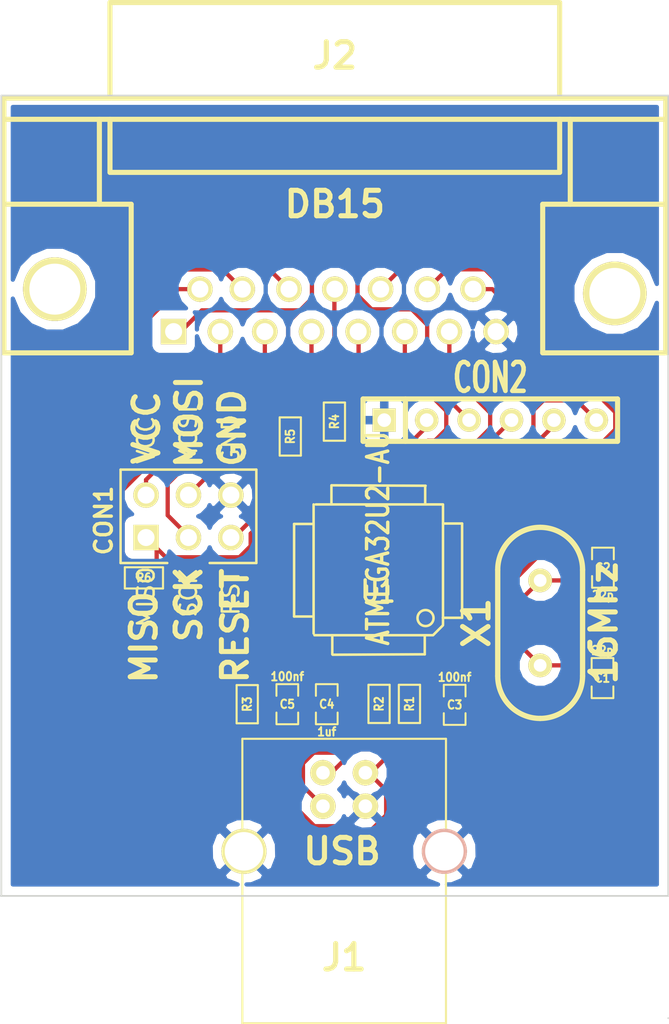
<source format=kicad_pcb>
(kicad_pcb (version 3) (host pcbnew "(22-Jun-2014 BZR 4027)-stable")

  (general
    (links 55)
    (no_connects 0)
    (area 178.313904 113.258599 230.784401 175.044101)
    (thickness 1.6)
    (drawings 14)
    (tracks 268)
    (zones 0)
    (modules 17)
    (nets 31)
  )

  (page A3)
  (layers
    (15 F.Cu signal)
    (0 B.Cu signal)
    (16 B.Adhes user)
    (17 F.Adhes user)
    (18 B.Paste user)
    (19 F.Paste user)
    (20 B.SilkS user)
    (21 F.SilkS user)
    (22 B.Mask user)
    (23 F.Mask user)
    (24 Dwgs.User user)
    (25 Cmts.User user)
    (26 Eco1.User user)
    (27 Eco2.User user)
    (28 Edge.Cuts user)
  )

  (setup
    (last_trace_width 0.254)
    (trace_clearance 0.254)
    (zone_clearance 0.508)
    (zone_45_only no)
    (trace_min 0.254)
    (segment_width 0.2)
    (edge_width 0.1)
    (via_size 0.889)
    (via_drill 0.635)
    (via_min_size 0.889)
    (via_min_drill 0.508)
    (uvia_size 0.508)
    (uvia_drill 0.127)
    (uvias_allowed no)
    (uvia_min_size 0.508)
    (uvia_min_drill 0.127)
    (pcb_text_width 0.3)
    (pcb_text_size 1.5 1.5)
    (mod_edge_width 0.15)
    (mod_text_size 1 1)
    (mod_text_width 0.15)
    (pad_size 1.5 1.5)
    (pad_drill 0.6)
    (pad_to_mask_clearance 0)
    (aux_axis_origin 0 0)
    (visible_elements FFFFFFBF)
    (pcbplotparams
      (layerselection 3178497)
      (usegerberextensions true)
      (excludeedgelayer true)
      (linewidth 0.150000)
      (plotframeref false)
      (viasonmask false)
      (mode 1)
      (useauxorigin false)
      (hpglpennumber 1)
      (hpglpenspeed 20)
      (hpglpendiameter 15)
      (hpglpenoverlay 2)
      (psnegative false)
      (psa4output false)
      (plotreference true)
      (plotvalue true)
      (plotothertext true)
      (plotinvisibletext false)
      (padsonsilk false)
      (subtractmaskfromsilk false)
      (outputformat 1)
      (mirror false)
      (drillshape 1)
      (scaleselection 1)
      (outputdirectory ""))
  )

  (net 0 "")
  (net 1 A_BUTTON)
  (net 2 B_BUTTON)
  (net 3 C_BUTTON)
  (net 4 DOWN)
  (net 5 D_BUTTON)
  (net 6 D_KICK_2)
  (net 7 GND)
  (net 8 KICK_1)
  (net 9 KICK_3)
  (net 10 LEFT)
  (net 11 MISO)
  (net 12 MOSI)
  (net 13 N-000001)
  (net 14 N-0000010)
  (net 15 N-0000011)
  (net 16 N-0000021)
  (net 17 N-0000022)
  (net 18 N-0000023)
  (net 19 N-0000024)
  (net 20 N-0000025)
  (net 21 N-0000032)
  (net 22 N-0000033)
  (net 23 N-0000034)
  (net 24 RESET)
  (net 25 RIGHT)
  (net 26 SCK)
  (net 27 SELECT)
  (net 28 START)
  (net 29 UP)
  (net 30 VCC)

  (net_class Default "Ceci est la Netclass par défaut"
    (clearance 0.254)
    (trace_width 0.254)
    (via_dia 0.889)
    (via_drill 0.635)
    (uvia_dia 0.508)
    (uvia_drill 0.127)
    (add_net "")
    (add_net A_BUTTON)
    (add_net B_BUTTON)
    (add_net C_BUTTON)
    (add_net DOWN)
    (add_net D_BUTTON)
    (add_net D_KICK_2)
    (add_net GND)
    (add_net KICK_1)
    (add_net KICK_3)
    (add_net LEFT)
    (add_net MISO)
    (add_net MOSI)
    (add_net N-000001)
    (add_net N-0000010)
    (add_net N-0000011)
    (add_net N-0000021)
    (add_net N-0000022)
    (add_net N-0000023)
    (add_net N-0000024)
    (add_net N-0000025)
    (add_net N-0000032)
    (add_net N-0000033)
    (add_net N-0000034)
    (add_net RESET)
    (add_net RIGHT)
    (add_net SCK)
    (add_net SELECT)
    (add_net START)
    (add_net UP)
    (add_net VCC)
  )

  (module USB_B (layer F.Cu) (tedit 541F38AC) (tstamp 53DD6FF2)
    (at 211.1248 164.4396)
    (tags USB)
    (path /53DB98C4)
    (fp_text reference J1 (at 0 6.35) (layer F.SilkS)
      (effects (font (size 1.524 1.524) (thickness 0.3048)))
    )
    (fp_text value USB (at -0.127 0) (layer F.SilkS)
      (effects (font (size 1.524 1.524) (thickness 0.3048)))
    )
    (fp_line (start -6.096 10.287) (end 6.096 10.287) (layer F.SilkS) (width 0.127))
    (fp_line (start 6.096 10.287) (end 6.096 -6.731) (layer F.SilkS) (width 0.127))
    (fp_line (start 6.096 -6.731) (end -6.096 -6.731) (layer F.SilkS) (width 0.127))
    (fp_line (start -6.096 -6.731) (end -6.096 10.287) (layer F.SilkS) (width 0.127))
    (pad 1 thru_hole circle (at 1.27 -4.699) (size 1.524 1.524) (drill 0.8128)
      (layers *.Cu *.Mask F.SilkS)
      (net 30 VCC)
    )
    (pad 2 thru_hole circle (at -1.27 -4.699) (size 1.524 1.524) (drill 0.8128)
      (layers *.Cu *.Mask F.SilkS)
      (net 14 N-0000010)
    )
    (pad 3 thru_hole circle (at -1.27 -2.70002) (size 1.524 1.524) (drill 0.8128)
      (layers *.Cu *.Mask F.SilkS)
      (net 13 N-000001)
    )
    (pad 4 thru_hole circle (at 1.27 -2.70002) (size 1.524 1.524) (drill 0.8128)
      (layers *.Cu *.Mask F.SilkS)
      (net 7 GND)
    )
    (pad 5 np_thru_hole circle (at 5.99948 0) (size 2.70002 2.70002) (drill 2.30124)
      (layers *.Cu *.SilkS *.Mask)
      (net 7 GND)
    )
    (pad 6 thru_hole circle (at -5.99948 0) (size 2.70002 2.70002) (drill 2.30124)
      (layers *.Cu *.Mask F.SilkS)
      (net 7 GND)
    )
    (model connectors/USB_type_B.wrl
      (at (xyz 0 0 0.001))
      (scale (xyz 0.3937 0.3937 0.3937))
      (rotate (xyz 0 0 0))
    )
  )

  (module TQFP32 (layer F.Cu) (tedit 53DD7096) (tstamp 541F26FC)
    (at 213.1568 147.6248 180)
    (path /53DBB1ED)
    (fp_text reference U1 (at 0 -1.27 180) (layer F.SilkS)
      (effects (font (size 1.27 1.016) (thickness 0.2032)))
    )
    (fp_text value ATMEGA32U2-AU (at 0 1.905 270) (layer F.SilkS)
      (effects (font (size 1.27 1.016) (thickness 0.2032)))
    )
    (fp_line (start 5.0292 2.7686) (end 3.8862 2.7686) (layer F.SilkS) (width 0.1524))
    (fp_line (start 5.0292 -2.7686) (end 3.9116 -2.7686) (layer F.SilkS) (width 0.1524))
    (fp_line (start 5.0292 2.7686) (end 5.0292 -2.7686) (layer F.SilkS) (width 0.1524))
    (fp_line (start 2.794 3.9624) (end 2.794 5.0546) (layer F.SilkS) (width 0.1524))
    (fp_line (start -2.8194 3.9878) (end -2.8194 5.0546) (layer F.SilkS) (width 0.1524))
    (fp_line (start -2.8448 5.0546) (end 2.794 5.08) (layer F.SilkS) (width 0.1524))
    (fp_line (start -2.794 -5.0292) (end 2.7178 -5.0546) (layer F.SilkS) (width 0.1524))
    (fp_line (start -3.8862 -3.2766) (end -3.8862 3.9116) (layer F.SilkS) (width 0.1524))
    (fp_line (start 2.7432 -5.0292) (end 2.7432 -3.9878) (layer F.SilkS) (width 0.1524))
    (fp_line (start -3.2512 -3.8862) (end 3.81 -3.8862) (layer F.SilkS) (width 0.1524))
    (fp_line (start 3.8608 3.937) (end 3.8608 -3.7846) (layer F.SilkS) (width 0.1524))
    (fp_line (start -3.8862 3.937) (end 3.7338 3.937) (layer F.SilkS) (width 0.1524))
    (fp_line (start -5.0292 -2.8448) (end -5.0292 2.794) (layer F.SilkS) (width 0.1524))
    (fp_line (start -5.0292 2.794) (end -3.8862 2.794) (layer F.SilkS) (width 0.1524))
    (fp_line (start -3.87604 -3.302) (end -3.29184 -3.8862) (layer F.SilkS) (width 0.1524))
    (fp_line (start -5.02412 -2.8448) (end -3.87604 -2.8448) (layer F.SilkS) (width 0.1524))
    (fp_line (start -2.794 -3.8862) (end -2.794 -5.03428) (layer F.SilkS) (width 0.1524))
    (fp_circle (center -2.83972 -2.86004) (end -2.43332 -2.60604) (layer F.SilkS) (width 0.1524))
    (pad 8 smd rect (at -4.81584 2.77622 180) (size 1.99898 0.44958)
      (layers F.Cu F.Paste F.Mask)
      (net 20 N-0000025)
    )
    (pad 7 smd rect (at -4.81584 1.97612 180) (size 1.99898 0.44958)
      (layers F.Cu F.Paste F.Mask)
      (net 6 D_KICK_2)
    )
    (pad 6 smd rect (at -4.81584 1.17602 180) (size 1.99898 0.44958)
      (layers F.Cu F.Paste F.Mask)
      (net 9 KICK_3)
    )
    (pad 5 smd rect (at -4.81584 0.37592 180) (size 1.99898 0.44958)
      (layers F.Cu F.Paste F.Mask)
      (net 28 START)
    )
    (pad 4 smd rect (at -4.81584 -0.42418 180) (size 1.99898 0.44958)
      (layers F.Cu F.Paste F.Mask)
      (net 30 VCC)
    )
    (pad 3 smd rect (at -4.81584 -1.22428 180) (size 1.99898 0.44958)
      (layers F.Cu F.Paste F.Mask)
      (net 7 GND)
    )
    (pad 2 smd rect (at -4.81584 -2.02438 180) (size 1.99898 0.44958)
      (layers F.Cu F.Paste F.Mask)
      (net 23 N-0000034)
    )
    (pad 1 smd rect (at -4.81584 -2.82448 180) (size 1.99898 0.44958)
      (layers F.Cu F.Paste F.Mask)
      (net 22 N-0000033)
    )
    (pad 24 smd rect (at 4.7498 -2.8194 180) (size 1.99898 0.44958)
      (layers F.Cu F.Paste F.Mask)
      (net 24 RESET)
    )
    (pad 17 smd rect (at 4.7498 2.794 180) (size 1.99898 0.44958)
      (layers F.Cu F.Paste F.Mask)
      (net 11 MISO)
    )
    (pad 18 smd rect (at 4.7498 1.9812 180) (size 1.99898 0.44958)
      (layers F.Cu F.Paste F.Mask)
      (net 4 DOWN)
    )
    (pad 19 smd rect (at 4.7498 1.1684 180) (size 1.99898 0.44958)
      (layers F.Cu F.Paste F.Mask)
      (net 29 UP)
    )
    (pad 20 smd rect (at 4.7498 0.381 180) (size 1.99898 0.44958)
      (layers F.Cu F.Paste F.Mask)
      (net 10 LEFT)
    )
    (pad 21 smd rect (at 4.7498 -0.4318 180) (size 1.99898 0.44958)
      (layers F.Cu F.Paste F.Mask)
      (net 1 A_BUTTON)
    )
    (pad 22 smd rect (at 4.7498 -1.2192 180) (size 1.99898 0.44958)
      (layers F.Cu F.Paste F.Mask)
    )
    (pad 23 smd rect (at 4.7498 -2.032 180) (size 1.99898 0.44958)
      (layers F.Cu F.Paste F.Mask)
    )
    (pad 32 smd rect (at -2.82448 -4.826 180) (size 0.44958 1.99898)
      (layers F.Cu F.Paste F.Mask)
      (net 30 VCC)
    )
    (pad 31 smd rect (at -2.02692 -4.826 180) (size 0.44958 1.99898)
      (layers F.Cu F.Paste F.Mask)
      (net 30 VCC)
    )
    (pad 30 smd rect (at -1.22428 -4.826 180) (size 0.44958 1.99898)
      (layers F.Cu F.Paste F.Mask)
      (net 15 N-0000011)
    )
    (pad 29 smd rect (at -0.42672 -4.826 180) (size 0.44958 1.99898)
      (layers F.Cu F.Paste F.Mask)
      (net 21 N-0000032)
    )
    (pad 28 smd rect (at 0.37592 -4.826 180) (size 0.44958 1.99898)
      (layers F.Cu F.Paste F.Mask)
      (net 7 GND)
    )
    (pad 27 smd rect (at 1.17348 -4.826 180) (size 0.44958 1.99898)
      (layers F.Cu F.Paste F.Mask)
      (net 16 N-0000021)
    )
    (pad 26 smd rect (at 1.97612 -4.826 180) (size 0.44958 1.99898)
      (layers F.Cu F.Paste F.Mask)
    )
    (pad 25 smd rect (at 2.77368 -4.826 180) (size 0.44958 1.99898)
      (layers F.Cu F.Paste F.Mask)
    )
    (pad 9 smd rect (at -2.8194 4.7752 180) (size 0.44958 1.99898)
      (layers F.Cu F.Paste F.Mask)
      (net 17 N-0000022)
    )
    (pad 10 smd rect (at -2.032 4.7752 180) (size 0.44958 1.99898)
      (layers F.Cu F.Paste F.Mask)
      (net 8 KICK_1)
    )
    (pad 11 smd rect (at -1.2192 4.7752 180) (size 0.44958 1.99898)
      (layers F.Cu F.Paste F.Mask)
      (net 27 SELECT)
    )
    (pad 12 smd rect (at -0.4318 4.7752 180) (size 0.44958 1.99898)
      (layers F.Cu F.Paste F.Mask)
      (net 19 N-0000024)
    )
    (pad 13 smd rect (at 0.3556 4.7752 180) (size 0.44958 1.99898)
      (layers F.Cu F.Paste F.Mask)
      (net 18 N-0000023)
    )
    (pad 14 smd rect (at 1.1684 4.7752 180) (size 0.44958 1.99898)
      (layers F.Cu F.Paste F.Mask)
      (net 5 D_BUTTON)
    )
    (pad 15 smd rect (at 1.9812 4.7752 180) (size 0.44958 1.99898)
      (layers F.Cu F.Paste F.Mask)
      (net 26 SCK)
    )
    (pad 16 smd rect (at 2.794 4.7752 180) (size 0.44958 1.99898)
      (layers F.Cu F.Paste F.Mask)
      (net 12 MOSI)
    )
    (model smd/tqfp32.wrl
      (at (xyz 0 0 0))
      (scale (xyz 1 1 1))
      (rotate (xyz 0 0 0))
    )
  )

  (module SM0603_Capa (layer F.Cu) (tedit 5051B1EC) (tstamp 53DD7034)
    (at 210.0834 155.6385 90)
    (path /53DC158C)
    (attr smd)
    (fp_text reference C4 (at 0 0 180) (layer F.SilkS)
      (effects (font (size 0.508 0.4572) (thickness 0.1143)))
    )
    (fp_text value 1uf (at -1.651 0 180) (layer F.SilkS)
      (effects (font (size 0.508 0.4572) (thickness 0.1143)))
    )
    (fp_line (start 0.50038 0.65024) (end 1.19888 0.65024) (layer F.SilkS) (width 0.11938))
    (fp_line (start -0.50038 0.65024) (end -1.19888 0.65024) (layer F.SilkS) (width 0.11938))
    (fp_line (start 0.50038 -0.65024) (end 1.19888 -0.65024) (layer F.SilkS) (width 0.11938))
    (fp_line (start -1.19888 -0.65024) (end -0.50038 -0.65024) (layer F.SilkS) (width 0.11938))
    (fp_line (start 1.19888 -0.635) (end 1.19888 0.635) (layer F.SilkS) (width 0.11938))
    (fp_line (start -1.19888 0.635) (end -1.19888 -0.635) (layer F.SilkS) (width 0.11938))
    (pad 1 smd rect (at -0.762 0 90) (size 0.635 1.143)
      (layers F.Cu F.Paste F.Mask)
      (net 7 GND)
    )
    (pad 2 smd rect (at 0.762 0 90) (size 0.635 1.143)
      (layers F.Cu F.Paste F.Mask)
      (net 16 N-0000021)
    )
    (model smd\capacitors\C0603.wrl
      (at (xyz 0 0 0.001))
      (scale (xyz 0.5 0.5 0.5))
      (rotate (xyz 0 0 0))
    )
  )

  (module SM0603_Capa (layer F.Cu) (tedit 5051B1EC) (tstamp 53DD7040)
    (at 226.5934 154.0764 270)
    (path /53DC159B)
    (attr smd)
    (fp_text reference C1 (at 0 0 360) (layer F.SilkS)
      (effects (font (size 0.508 0.4572) (thickness 0.1143)))
    )
    (fp_text value 22p (at -1.651 0 360) (layer F.SilkS)
      (effects (font (size 0.508 0.4572) (thickness 0.1143)))
    )
    (fp_line (start 0.50038 0.65024) (end 1.19888 0.65024) (layer F.SilkS) (width 0.11938))
    (fp_line (start -0.50038 0.65024) (end -1.19888 0.65024) (layer F.SilkS) (width 0.11938))
    (fp_line (start 0.50038 -0.65024) (end 1.19888 -0.65024) (layer F.SilkS) (width 0.11938))
    (fp_line (start -1.19888 -0.65024) (end -0.50038 -0.65024) (layer F.SilkS) (width 0.11938))
    (fp_line (start 1.19888 -0.635) (end 1.19888 0.635) (layer F.SilkS) (width 0.11938))
    (fp_line (start -1.19888 0.635) (end -1.19888 -0.635) (layer F.SilkS) (width 0.11938))
    (pad 1 smd rect (at -0.762 0 270) (size 0.635 1.143)
      (layers F.Cu F.Paste F.Mask)
      (net 22 N-0000033)
    )
    (pad 2 smd rect (at 0.762 0 270) (size 0.635 1.143)
      (layers F.Cu F.Paste F.Mask)
      (net 7 GND)
    )
    (model smd\capacitors\C0603.wrl
      (at (xyz 0 0 0.001))
      (scale (xyz 0.5 0.5 0.5))
      (rotate (xyz 0 0 0))
    )
  )

  (module SM0603_Capa (layer F.Cu) (tedit 5051B1EC) (tstamp 53DD704C)
    (at 226.6188 147.4724 90)
    (path /53DC15AA)
    (attr smd)
    (fp_text reference C2 (at 0 0 180) (layer F.SilkS)
      (effects (font (size 0.508 0.4572) (thickness 0.1143)))
    )
    (fp_text value 22p (at -1.651 0 180) (layer F.SilkS)
      (effects (font (size 0.508 0.4572) (thickness 0.1143)))
    )
    (fp_line (start 0.50038 0.65024) (end 1.19888 0.65024) (layer F.SilkS) (width 0.11938))
    (fp_line (start -0.50038 0.65024) (end -1.19888 0.65024) (layer F.SilkS) (width 0.11938))
    (fp_line (start 0.50038 -0.65024) (end 1.19888 -0.65024) (layer F.SilkS) (width 0.11938))
    (fp_line (start -1.19888 -0.65024) (end -0.50038 -0.65024) (layer F.SilkS) (width 0.11938))
    (fp_line (start 1.19888 -0.635) (end 1.19888 0.635) (layer F.SilkS) (width 0.11938))
    (fp_line (start -1.19888 0.635) (end -1.19888 -0.635) (layer F.SilkS) (width 0.11938))
    (pad 1 smd rect (at -0.762 0 90) (size 0.635 1.143)
      (layers F.Cu F.Paste F.Mask)
      (net 23 N-0000034)
    )
    (pad 2 smd rect (at 0.762 0 90) (size 0.635 1.143)
      (layers F.Cu F.Paste F.Mask)
      (net 7 GND)
    )
    (model smd\capacitors\C0603.wrl
      (at (xyz 0 0 0.001))
      (scale (xyz 0.5 0.5 0.5))
      (rotate (xyz 0 0 0))
    )
  )

  (module SM0603_Capa (layer F.Cu) (tedit 5051B1EC) (tstamp 53DD7058)
    (at 217.7415 155.6766 270)
    (path /53DD214D)
    (attr smd)
    (fp_text reference C3 (at 0 0 360) (layer F.SilkS)
      (effects (font (size 0.508 0.4572) (thickness 0.1143)))
    )
    (fp_text value 100nf (at -1.651 0 360) (layer F.SilkS)
      (effects (font (size 0.508 0.4572) (thickness 0.1143)))
    )
    (fp_line (start 0.50038 0.65024) (end 1.19888 0.65024) (layer F.SilkS) (width 0.11938))
    (fp_line (start -0.50038 0.65024) (end -1.19888 0.65024) (layer F.SilkS) (width 0.11938))
    (fp_line (start 0.50038 -0.65024) (end 1.19888 -0.65024) (layer F.SilkS) (width 0.11938))
    (fp_line (start -1.19888 -0.65024) (end -0.50038 -0.65024) (layer F.SilkS) (width 0.11938))
    (fp_line (start 1.19888 -0.635) (end 1.19888 0.635) (layer F.SilkS) (width 0.11938))
    (fp_line (start -1.19888 0.635) (end -1.19888 -0.635) (layer F.SilkS) (width 0.11938))
    (pad 1 smd rect (at -0.762 0 270) (size 0.635 1.143)
      (layers F.Cu F.Paste F.Mask)
      (net 7 GND)
    )
    (pad 2 smd rect (at 0.762 0 270) (size 0.635 1.143)
      (layers F.Cu F.Paste F.Mask)
      (net 30 VCC)
    )
    (model smd\capacitors\C0603.wrl
      (at (xyz 0 0 0.001))
      (scale (xyz 0.5 0.5 0.5))
      (rotate (xyz 0 0 0))
    )
  )

  (module SM0603 (layer F.Cu) (tedit 4E43A3D1) (tstamp 53DD7062)
    (at 215.03386 155.62072 90)
    (path /53DBBAFE)
    (attr smd)
    (fp_text reference R1 (at 0 0 90) (layer F.SilkS)
      (effects (font (size 0.508 0.4572) (thickness 0.1143)))
    )
    (fp_text value 22ohms (at 0 0 90) (layer F.SilkS) hide
      (effects (font (size 0.508 0.4572) (thickness 0.1143)))
    )
    (fp_line (start -1.143 -0.635) (end 1.143 -0.635) (layer F.SilkS) (width 0.127))
    (fp_line (start 1.143 -0.635) (end 1.143 0.635) (layer F.SilkS) (width 0.127))
    (fp_line (start 1.143 0.635) (end -1.143 0.635) (layer F.SilkS) (width 0.127))
    (fp_line (start -1.143 0.635) (end -1.143 -0.635) (layer F.SilkS) (width 0.127))
    (pad 1 smd rect (at -0.762 0 90) (size 0.635 1.143)
      (layers F.Cu F.Paste F.Mask)
      (net 14 N-0000010)
    )
    (pad 2 smd rect (at 0.762 0 90) (size 0.635 1.143)
      (layers F.Cu F.Paste F.Mask)
      (net 15 N-0000011)
    )
    (model smd\resistors\R0603.wrl
      (at (xyz 0 0 0.001))
      (scale (xyz 0.5 0.5 0.5))
      (rotate (xyz 0 0 0))
    )
  )

  (module SM0603 (layer F.Cu) (tedit 4E43A3D1) (tstamp 53DD706C)
    (at 213.21522 155.62072 90)
    (path /53DBBB0D)
    (attr smd)
    (fp_text reference R2 (at 0 0 90) (layer F.SilkS)
      (effects (font (size 0.508 0.4572) (thickness 0.1143)))
    )
    (fp_text value 22ohms (at 0 0 90) (layer F.SilkS) hide
      (effects (font (size 0.508 0.4572) (thickness 0.1143)))
    )
    (fp_line (start -1.143 -0.635) (end 1.143 -0.635) (layer F.SilkS) (width 0.127))
    (fp_line (start 1.143 -0.635) (end 1.143 0.635) (layer F.SilkS) (width 0.127))
    (fp_line (start 1.143 0.635) (end -1.143 0.635) (layer F.SilkS) (width 0.127))
    (fp_line (start -1.143 0.635) (end -1.143 -0.635) (layer F.SilkS) (width 0.127))
    (pad 1 smd rect (at -0.762 0 90) (size 0.635 1.143)
      (layers F.Cu F.Paste F.Mask)
      (net 13 N-000001)
    )
    (pad 2 smd rect (at 0.762 0 90) (size 0.635 1.143)
      (layers F.Cu F.Paste F.Mask)
      (net 21 N-0000032)
    )
    (model smd\resistors\R0603.wrl
      (at (xyz 0 0 0.001))
      (scale (xyz 0.5 0.5 0.5))
      (rotate (xyz 0 0 0))
    )
  )

  (module SM0603 (layer F.Cu) (tedit 4E43A3D1) (tstamp 53DD7076)
    (at 205.3209 155.6385 90)
    (path /53DC1CB7)
    (attr smd)
    (fp_text reference R3 (at 0 0 90) (layer F.SilkS)
      (effects (font (size 0.508 0.4572) (thickness 0.1143)))
    )
    (fp_text value 10K (at 0 0 90) (layer F.SilkS) hide
      (effects (font (size 0.508 0.4572) (thickness 0.1143)))
    )
    (fp_line (start -1.143 -0.635) (end 1.143 -0.635) (layer F.SilkS) (width 0.127))
    (fp_line (start 1.143 -0.635) (end 1.143 0.635) (layer F.SilkS) (width 0.127))
    (fp_line (start 1.143 0.635) (end -1.143 0.635) (layer F.SilkS) (width 0.127))
    (fp_line (start -1.143 0.635) (end -1.143 -0.635) (layer F.SilkS) (width 0.127))
    (pad 1 smd rect (at -0.762 0 90) (size 0.635 1.143)
      (layers F.Cu F.Paste F.Mask)
      (net 30 VCC)
    )
    (pad 2 smd rect (at 0.762 0 90) (size 0.635 1.143)
      (layers F.Cu F.Paste F.Mask)
      (net 24 RESET)
    )
    (model smd\resistors\R0603.wrl
      (at (xyz 0 0 0.001))
      (scale (xyz 0.5 0.5 0.5))
      (rotate (xyz 0 0 0))
    )
  )

  (module HC-49V (layer F.Cu) (tedit 4C5EC450) (tstamp 53DD7090)
    (at 222.8596 150.7744 90)
    (descr "Quartz boitier HC-49 Vertical")
    (tags "QUARTZ DEV")
    (path /53DBBAE1)
    (autoplace_cost180 10)
    (fp_text reference X1 (at 0 -3.81 90) (layer F.SilkS)
      (effects (font (size 1.524 1.524) (thickness 0.3048)))
    )
    (fp_text value 16Mhz (at 0 3.81 90) (layer F.SilkS)
      (effects (font (size 1.524 1.524) (thickness 0.3048)))
    )
    (fp_line (start -3.175 2.54) (end 3.175 2.54) (layer F.SilkS) (width 0.3175))
    (fp_line (start -3.175 -2.54) (end 3.175 -2.54) (layer F.SilkS) (width 0.3175))
    (fp_arc (start 3.175 0) (end 3.175 -2.54) (angle 90) (layer F.SilkS) (width 0.3175))
    (fp_arc (start 3.175 0) (end 5.715 0) (angle 90) (layer F.SilkS) (width 0.3175))
    (fp_arc (start -3.175 0) (end -5.715 0) (angle 90) (layer F.SilkS) (width 0.3175))
    (fp_arc (start -3.175 0) (end -3.175 2.54) (angle 90) (layer F.SilkS) (width 0.3175))
    (pad 1 thru_hole circle (at -2.54 0 90) (size 1.4224 1.4224) (drill 0.762)
      (layers *.Cu *.Mask F.SilkS)
      (net 22 N-0000033)
    )
    (pad 2 thru_hole circle (at 2.54 0 90) (size 1.4224 1.4224) (drill 0.762)
      (layers *.Cu *.Mask F.SilkS)
      (net 23 N-0000034)
    )
    (model discret/xtal/crystal_hc18u_vertical.wrl
      (at (xyz 0 0 0))
      (scale (xyz 1 1 0.2))
      (rotate (xyz 0 0 0))
    )
  )

  (module DB15FC (layer F.Cu) (tedit 200000) (tstamp 53DD70B8)
    (at 210.566 132.08)
    (descr "Connecteur DB15 femelle couche")
    (tags "CONN DB15")
    (path /53DC2004)
    (fp_text reference J2 (at 0 -15.24) (layer F.SilkS)
      (effects (font (size 1.524 1.524) (thickness 0.3048)))
    )
    (fp_text value DB15 (at 0 -6.35) (layer F.SilkS)
      (effects (font (size 1.524 1.524) (thickness 0.3048)))
    )
    (fp_line (start 19.812 -11.43) (end -19.812 -11.43) (layer F.SilkS) (width 0.3048))
    (fp_line (start 19.812 -12.7) (end -19.812 -12.7) (layer F.SilkS) (width 0.3048))
    (fp_line (start 13.462 -8.255) (end -13.462 -8.255) (layer F.SilkS) (width 0.3048))
    (fp_line (start -13.462 -18.415) (end 13.462 -18.415) (layer F.SilkS) (width 0.3048))
    (fp_line (start 13.462 -12.7) (end 13.462 -18.415) (layer F.SilkS) (width 0.3048))
    (fp_line (start 13.462 -8.255) (end 13.462 -11.43) (layer F.SilkS) (width 0.3048))
    (fp_line (start 14.097 -6.35) (end 14.097 -11.43) (layer F.SilkS) (width 0.3048))
    (fp_line (start 12.446 -6.35) (end 19.812 -6.35) (layer F.SilkS) (width 0.3048))
    (fp_line (start 12.446 2.54) (end 12.446 -6.35) (layer F.SilkS) (width 0.3048))
    (fp_line (start 19.812 2.54) (end 12.446 2.54) (layer F.SilkS) (width 0.3048))
    (fp_line (start 19.812 2.54) (end 19.812 -12.7) (layer F.SilkS) (width 0.3048))
    (fp_line (start -14.097 -11.43) (end -14.097 -6.35) (layer F.SilkS) (width 0.3048))
    (fp_line (start -12.192 -6.35) (end -12.192 2.54) (layer F.SilkS) (width 0.3048))
    (fp_line (start -19.812 2.54) (end -19.812 -11.43) (layer F.SilkS) (width 0.3048))
    (fp_line (start -19.812 -6.35) (end -12.192 -6.35) (layer F.SilkS) (width 0.3048))
    (fp_line (start -13.462 -8.255) (end -13.462 -11.43) (layer F.SilkS) (width 0.3048))
    (fp_line (start -13.462 -18.415) (end -13.462 -12.7) (layer F.SilkS) (width 0.3048))
    (fp_line (start -19.812 -12.7) (end -19.812 -11.43) (layer F.SilkS) (width 0.3048))
    (fp_line (start -19.812 2.54) (end -12.192 2.54) (layer F.SilkS) (width 0.3048))
    (pad "" thru_hole circle (at 16.764 -1.016) (size 3.81 3.81) (drill 3.048)
      (layers *.Cu *.Mask F.SilkS)
    )
    (pad "" thru_hole circle (at -16.764 -1.27) (size 3.81 3.81) (drill 3.048)
      (layers *.Cu *.Mask F.SilkS)
    )
    (pad 1 thru_hole rect (at -9.652 1.27) (size 1.524 1.524) (drill 1.016)
      (layers *.Cu *.Mask F.SilkS)
      (net 30 VCC)
    )
    (pad 2 thru_hole circle (at -6.858 1.27) (size 1.524 1.524) (drill 1.016)
      (layers *.Cu *.Mask F.SilkS)
      (net 4 DOWN)
    )
    (pad 3 thru_hole circle (at -4.191 1.27) (size 1.524 1.524) (drill 1.016)
      (layers *.Cu *.Mask F.SilkS)
      (net 25 RIGHT)
    )
    (pad 4 thru_hole circle (at -1.397 1.27) (size 1.524 1.524) (drill 1.016)
      (layers *.Cu *.Mask F.SilkS)
      (net 2 B_BUTTON)
    )
    (pad 5 thru_hole circle (at 1.397 1.27) (size 1.524 1.524) (drill 1.016)
      (layers *.Cu *.Mask F.SilkS)
      (net 5 D_BUTTON)
    )
    (pad 6 thru_hole circle (at 4.191 1.27) (size 1.524 1.524) (drill 1.016)
      (layers *.Cu *.Mask F.SilkS)
      (net 27 SELECT)
    )
    (pad 7 thru_hole circle (at 6.858 1.27) (size 1.524 1.524) (drill 1.016)
      (layers *.Cu *.Mask F.SilkS)
      (net 8 KICK_1)
    )
    (pad 8 thru_hole circle (at 9.652 1.27) (size 1.524 1.524) (drill 1.016)
      (layers *.Cu *.Mask F.SilkS)
      (net 7 GND)
    )
    (pad 9 thru_hole circle (at -8.0772 -1.27) (size 1.524 1.524) (drill 1.016)
      (layers *.Cu *.Mask F.SilkS)
      (net 29 UP)
    )
    (pad 10 thru_hole circle (at -5.5372 -1.27) (size 1.524 1.524) (drill 1.016)
      (layers *.Cu *.Mask F.SilkS)
      (net 10 LEFT)
    )
    (pad 11 thru_hole circle (at -2.7432 -1.27) (size 1.524 1.524) (drill 1.016)
      (layers *.Cu *.Mask F.SilkS)
      (net 1 A_BUTTON)
    )
    (pad 12 thru_hole circle (at 0 -1.27) (size 1.524 1.524) (drill 1.016)
      (layers *.Cu *.Mask F.SilkS)
      (net 3 C_BUTTON)
    )
    (pad 13 thru_hole circle (at 2.7432 -1.27) (size 1.524 1.524) (drill 1.016)
      (layers *.Cu *.Mask F.SilkS)
      (net 28 START)
    )
    (pad 14 thru_hole circle (at 5.5372 -1.27) (size 1.524 1.524) (drill 1.016)
      (layers *.Cu *.Mask F.SilkS)
      (net 9 KICK_3)
    )
    (pad 15 thru_hole circle (at 8.2804 -1.27) (size 1.524 1.524) (drill 1.016)
      (layers *.Cu *.Mask F.SilkS)
      (net 6 D_KICK_2)
    )
    (model conn_DBxx/db15_female_pin90deg.wrl
      (at (xyz 0 0 0))
      (scale (xyz 1 1 1))
      (rotate (xyz 0 0 0))
    )
  )

  (module SM0603_Capa (layer F.Cu) (tedit 5051B1EC) (tstamp 53DE7E6D)
    (at 207.7212 155.6385 270)
    (path /53DE7D03)
    (attr smd)
    (fp_text reference C5 (at 0 0 360) (layer F.SilkS)
      (effects (font (size 0.508 0.4572) (thickness 0.1143)))
    )
    (fp_text value 100nf (at -1.651 0 360) (layer F.SilkS)
      (effects (font (size 0.508 0.4572) (thickness 0.1143)))
    )
    (fp_line (start 0.50038 0.65024) (end 1.19888 0.65024) (layer F.SilkS) (width 0.11938))
    (fp_line (start -0.50038 0.65024) (end -1.19888 0.65024) (layer F.SilkS) (width 0.11938))
    (fp_line (start 0.50038 -0.65024) (end 1.19888 -0.65024) (layer F.SilkS) (width 0.11938))
    (fp_line (start -1.19888 -0.65024) (end -0.50038 -0.65024) (layer F.SilkS) (width 0.11938))
    (fp_line (start 1.19888 -0.635) (end 1.19888 0.635) (layer F.SilkS) (width 0.11938))
    (fp_line (start -1.19888 0.635) (end -1.19888 -0.635) (layer F.SilkS) (width 0.11938))
    (pad 1 smd rect (at -0.762 0 270) (size 0.635 1.143)
      (layers F.Cu F.Paste F.Mask)
      (net 24 RESET)
    )
    (pad 2 smd rect (at 0.762 0 270) (size 0.635 1.143)
      (layers F.Cu F.Paste F.Mask)
      (net 7 GND)
    )
    (model smd\capacitors\C0603.wrl
      (at (xyz 0 0 0.001))
      (scale (xyz 0.5 0.5 0.5))
      (rotate (xyz 0 0 0))
    )
  )

  (module SIL-6 (layer F.Cu) (tedit 200000) (tstamp 541D9185)
    (at 219.8751 138.6459)
    (descr "Connecteur 6 pins")
    (tags "CONN DEV")
    (path /541C9E9E)
    (fp_text reference CON2 (at 0 -2.54) (layer F.SilkS)
      (effects (font (size 1.72974 1.08712) (thickness 0.3048)))
    )
    (fp_text value TTL_6 (at 0 -2.54) (layer F.SilkS) hide
      (effects (font (size 1.524 1.016) (thickness 0.3048)))
    )
    (fp_line (start -7.62 1.27) (end -7.62 -1.27) (layer F.SilkS) (width 0.3048))
    (fp_line (start -7.62 -1.27) (end 7.62 -1.27) (layer F.SilkS) (width 0.3048))
    (fp_line (start 7.62 -1.27) (end 7.62 1.27) (layer F.SilkS) (width 0.3048))
    (fp_line (start 7.62 1.27) (end -7.62 1.27) (layer F.SilkS) (width 0.3048))
    (fp_line (start -5.08 1.27) (end -5.08 -1.27) (layer F.SilkS) (width 0.3048))
    (pad 1 thru_hole rect (at -6.35 0) (size 1.397 1.397) (drill 0.8128)
      (layers *.Cu *.Mask F.SilkS)
      (net 7 GND)
    )
    (pad 2 thru_hole circle (at -3.81 0) (size 1.397 1.397) (drill 0.8128)
      (layers *.Cu *.Mask F.SilkS)
      (net 18 N-0000023)
    )
    (pad 3 thru_hole circle (at -1.27 0) (size 1.397 1.397) (drill 0.8128)
      (layers *.Cu *.Mask F.SilkS)
      (net 30 VCC)
    )
    (pad 4 thru_hole circle (at 1.27 0) (size 1.397 1.397) (drill 0.8128)
      (layers *.Cu *.Mask F.SilkS)
      (net 17 N-0000022)
    )
    (pad 5 thru_hole circle (at 3.81 0) (size 1.397 1.397) (drill 0.8128)
      (layers *.Cu *.Mask F.SilkS)
      (net 20 N-0000025)
    )
    (pad 6 thru_hole circle (at 6.35 0) (size 1.397 1.397) (drill 0.8128)
      (layers *.Cu *.Mask F.SilkS)
      (net 19 N-0000024)
    )
  )

  (module SM0603 (layer F.Cu) (tedit 4E43A3D1) (tstamp 541D94F0)
    (at 210.5406 138.7348 90)
    (path /541D92A2)
    (attr smd)
    (fp_text reference R4 (at 0 0 90) (layer F.SilkS)
      (effects (font (size 0.508 0.4572) (thickness 0.1143)))
    )
    (fp_text value 22ohms (at 0 0 90) (layer F.SilkS) hide
      (effects (font (size 0.508 0.4572) (thickness 0.1143)))
    )
    (fp_line (start -1.143 -0.635) (end 1.143 -0.635) (layer F.SilkS) (width 0.127))
    (fp_line (start 1.143 -0.635) (end 1.143 0.635) (layer F.SilkS) (width 0.127))
    (fp_line (start 1.143 0.635) (end -1.143 0.635) (layer F.SilkS) (width 0.127))
    (fp_line (start -1.143 0.635) (end -1.143 -0.635) (layer F.SilkS) (width 0.127))
    (pad 1 smd rect (at -0.762 0 90) (size 0.635 1.143)
      (layers F.Cu F.Paste F.Mask)
      (net 26 SCK)
    )
    (pad 2 smd rect (at 0.762 0 90) (size 0.635 1.143)
      (layers F.Cu F.Paste F.Mask)
      (net 3 C_BUTTON)
    )
    (model smd\resistors\R0603.wrl
      (at (xyz 0 0 0.001))
      (scale (xyz 0.5 0.5 0.5))
      (rotate (xyz 0 0 0))
    )
  )

  (module SM0603 (layer F.Cu) (tedit 4E43A3D1) (tstamp 541D94FA)
    (at 207.899 139.6238 90)
    (path /541D9310)
    (attr smd)
    (fp_text reference R5 (at 0 0 90) (layer F.SilkS)
      (effects (font (size 0.508 0.4572) (thickness 0.1143)))
    )
    (fp_text value 22ohms (at 0 0 90) (layer F.SilkS) hide
      (effects (font (size 0.508 0.4572) (thickness 0.1143)))
    )
    (fp_line (start -1.143 -0.635) (end 1.143 -0.635) (layer F.SilkS) (width 0.127))
    (fp_line (start 1.143 -0.635) (end 1.143 0.635) (layer F.SilkS) (width 0.127))
    (fp_line (start 1.143 0.635) (end -1.143 0.635) (layer F.SilkS) (width 0.127))
    (fp_line (start -1.143 0.635) (end -1.143 -0.635) (layer F.SilkS) (width 0.127))
    (pad 1 smd rect (at -0.762 0 90) (size 0.635 1.143)
      (layers F.Cu F.Paste F.Mask)
      (net 12 MOSI)
    )
    (pad 2 smd rect (at 0.762 0 90) (size 0.635 1.143)
      (layers F.Cu F.Paste F.Mask)
      (net 2 B_BUTTON)
    )
    (model smd\resistors\R0603.wrl
      (at (xyz 0 0 0.001))
      (scale (xyz 0.5 0.5 0.5))
      (rotate (xyz 0 0 0))
    )
  )

  (module SM0603 (layer F.Cu) (tedit 4E43A3D1) (tstamp 541D9504)
    (at 199.136 148.082 180)
    (path /541D9316)
    (attr smd)
    (fp_text reference R6 (at 0 0 180) (layer F.SilkS)
      (effects (font (size 0.508 0.4572) (thickness 0.1143)))
    )
    (fp_text value 22ohms (at 0 0 180) (layer F.SilkS) hide
      (effects (font (size 0.508 0.4572) (thickness 0.1143)))
    )
    (fp_line (start -1.143 -0.635) (end 1.143 -0.635) (layer F.SilkS) (width 0.127))
    (fp_line (start 1.143 -0.635) (end 1.143 0.635) (layer F.SilkS) (width 0.127))
    (fp_line (start 1.143 0.635) (end -1.143 0.635) (layer F.SilkS) (width 0.127))
    (fp_line (start -1.143 0.635) (end -1.143 -0.635) (layer F.SilkS) (width 0.127))
    (pad 1 smd rect (at -0.762 0 180) (size 0.635 1.143)
      (layers F.Cu F.Paste F.Mask)
      (net 11 MISO)
    )
    (pad 2 smd rect (at 0.762 0 180) (size 0.635 1.143)
      (layers F.Cu F.Paste F.Mask)
      (net 25 RIGHT)
    )
    (model smd\resistors\R0603.wrl
      (at (xyz 0 0 0.001))
      (scale (xyz 0.5 0.5 0.5))
      (rotate (xyz 0 0 0))
    )
  )

  (module avr_isp_6 (layer F.Cu) (tedit 541C5534) (tstamp 541D96B9)
    (at 201.803 143.129 90)
    (descr "Double rangee de contacts 2 x 4 pins")
    (tags CONN)
    (path /53DC1AF4)
    (fp_text reference CON1 (at -1.524 -5.08 90) (layer F.SilkS)
      (effects (font (size 1.016 1.016) (thickness 0.2032)))
    )
    (fp_text value AVR-ISP6 (at -2.54 5.08 90) (layer F.SilkS) hide
      (effects (font (size 1.016 1.016) (thickness 0.2032)))
    )
    (fp_line (start -4.064 -1.27) (end -4.064 -4.064) (layer F.SilkS) (width 0.15))
    (fp_line (start -4.064 -4.064) (end 1.524 -4.064) (layer F.SilkS) (width 0.15))
    (fp_line (start 1.524 -4.064) (end 1.524 4.064) (layer F.SilkS) (width 0.15))
    (fp_line (start 1.524 4.064) (end -4.064 4.064) (layer F.SilkS) (width 0.15))
    (fp_line (start -4.064 4.064) (end -4.064 1.27) (layer F.SilkS) (width 0.15))
    (fp_text user GND (at 3.302 2.54 90) (layer F.SilkS)
      (effects (font (size 1 1) (thickness 0.15)))
    )
    (fp_text user RST (at -5.842 2.54 90) (layer F.SilkS)
      (effects (font (size 1 1) (thickness 0.15)))
    )
    (fp_text user MOSI (at 3.556 0 90) (layer F.SilkS)
      (effects (font (size 1 1) (thickness 0.15)))
    )
    (fp_text user SCK (at -5.842 0 90) (layer F.SilkS)
      (effects (font (size 1 1) (thickness 0.15)))
    )
    (fp_text user VCC (at 3.302 -2.54 90) (layer F.SilkS)
      (effects (font (size 1 1) (thickness 0.15)))
    )
    (fp_text user MISO (at -6.096 -2.54 90) (layer F.SilkS)
      (effects (font (size 1 1) (thickness 0.15)))
    )
    (pad 1 thru_hole rect (at -2.54 -2.54 90) (size 1.524 1.524) (drill 1.016)
      (layers *.Cu *.Mask F.SilkS)
      (net 11 MISO)
    )
    (pad 2 thru_hole circle (at 0 -2.54 90) (size 1.524 1.524) (drill 1.016)
      (layers *.Cu *.Mask F.SilkS)
      (net 30 VCC)
    )
    (pad 3 thru_hole circle (at -2.54 0 90) (size 1.524 1.524) (drill 1.016)
      (layers *.Cu *.Mask F.SilkS)
      (net 26 SCK)
    )
    (pad 4 thru_hole circle (at 0 0 90) (size 1.524 1.524) (drill 1.016)
      (layers *.Cu *.Mask F.SilkS)
      (net 12 MOSI)
    )
    (pad 5 thru_hole circle (at -2.54 2.54 90) (size 1.524 1.524) (drill 1.016)
      (layers *.Cu *.Mask F.SilkS)
      (net 24 RESET)
    )
    (pad 6 thru_hole circle (at 0 2.54 90) (size 1.524 1.524) (drill 1.016)
      (layers *.Cu *.Mask F.SilkS)
      (net 7 GND)
    )
    (model pin_array/pins_array_3x2.wrl
      (at (xyz 0 0 0))
      (scale (xyz 1 1 1))
      (rotate (xyz 0 0 0))
    )
  )

  (gr_line (start 230.5304 119.2276) (end 230.5304 167.1066) (angle 90) (layer Edge.Cuts) (width 0.1))
  (gr_line (start 190.6016 119.2276) (end 190.6016 167.1066) (angle 90) (layer Edge.Cuts) (width 0.1))
  (gr_text MISO (at 199.136 151.638 90) (layer F.SilkS)
    (effects (font (size 1.5 1.5) (thickness 0.3)))
  )
  (gr_text SCK (at 201.82078 149.67204 90) (layer F.SilkS)
    (effects (font (size 1.5 1.5) (thickness 0.3)))
  )
  (gr_text RESET (at 204.59446 150.9522 90) (layer F.SilkS)
    (effects (font (size 1.5 1.5) (thickness 0.3)))
  )
  (gr_text VCC (at 199.29348 139.1031 90) (layer F.SilkS)
    (effects (font (size 1.5 1.5) (thickness 0.3)))
  )
  (gr_text MOSI (at 201.84364 138.75004 90) (layer F.SilkS)
    (effects (font (size 1.5 1.5) (thickness 0.3)))
  )
  (gr_text GND (at 204.42682 139.1158 90) (layer F.SilkS)
    (effects (font (size 1.5 1.5) (thickness 0.3)))
  )
  (gr_line (start 230.5304 174.4218) (end 230.5304 174.41926) (angle 90) (layer Edge.Cuts) (width 0.1))
  (gr_line (start 190.56858 167.1066) (end 230.49738 167.1066) (angle 90) (layer Edge.Cuts) (width 0.1))
  (gr_line (start 190.6016 119.2276) (end 230.5304 119.2276) (angle 90) (layer Edge.Cuts) (width 0.1))
  (gr_text "(C) 2014 antoine terrienne" (at 195.072 159.004 90) (layer F.Cu)
    (effects (font (size 0.7 0.7) (thickness 0.125)))
  )
  (gr_text https://github.com/letoine/NeoGeoControllerToUSB (at 192.1764 152.4508 90) (layer F.Cu)
    (effects (font (size 0.7 0.7) (thickness 0.125)))
  )
  (gr_text "NeoGeoControllerToUSB v1.0" (at 193.6242 158.6484 90) (layer F.Cu)
    (effects (font (size 0.7 0.7) (thickness 0.125)))
  )

  (segment (start 208.407 148.0566) (end 206.58836 148.0566) (width 0.254) (layer F.Cu) (net 1) (status 400000))
  (segment (start 206.12608 129.11328) (end 207.8228 130.81) (width 0.254) (layer F.Cu) (net 1) (tstamp 543B0E74) (status 800000))
  (segment (start 201.41946 129.11328) (end 206.12608 129.11328) (width 0.254) (layer F.Cu) (net 1) (tstamp 543B0E70))
  (segment (start 198.44258 132.09016) (end 201.41946 129.11328) (width 0.254) (layer F.Cu) (net 1) (tstamp 543B0E63))
  (segment (start 198.44258 139.32154) (end 198.44258 132.09016) (width 0.254) (layer F.Cu) (net 1) (tstamp 543B0E5B))
  (segment (start 195.78574 141.97838) (end 198.44258 139.32154) (width 0.254) (layer F.Cu) (net 1) (tstamp 543B0E53))
  (segment (start 195.78574 149.33422) (end 195.78574 141.97838) (width 0.254) (layer F.Cu) (net 1) (tstamp 543B0E4E))
  (segment (start 197.15226 150.70074) (end 195.78574 149.33422) (width 0.254) (layer F.Cu) (net 1) (tstamp 543B0E47))
  (segment (start 201.116804 150.70074) (end 197.15226 150.70074) (width 0.254) (layer F.Cu) (net 1) (tstamp 543B0E3E))
  (segment (start 202.899884 148.91766) (end 201.116804 150.70074) (width 0.254) (layer F.Cu) (net 1) (tstamp 543B0E39))
  (segment (start 205.7273 148.91766) (end 202.899884 148.91766) (width 0.254) (layer F.Cu) (net 1) (tstamp 543B0E35))
  (segment (start 206.58836 148.0566) (end 205.7273 148.91766) (width 0.254) (layer F.Cu) (net 1) (tstamp 543B0E33))
  (segment (start 207.899 138.8618) (end 207.899 138.4046) (width 0.254) (layer F.Cu) (net 2))
  (segment (start 209.169 137.1346) (end 209.169 133.35) (width 0.254) (layer F.Cu) (net 2) (tstamp 543B02A8))
  (segment (start 207.899 138.4046) (end 209.169 137.1346) (width 0.254) (layer F.Cu) (net 2) (tstamp 543B02A6))
  (segment (start 210.5406 137.9728) (end 210.5406 130.8354) (width 0.254) (layer F.Cu) (net 3))
  (segment (start 210.5406 130.8354) (end 210.566 130.81) (width 0.254) (layer F.Cu) (net 3) (tstamp 543B02A2))
  (segment (start 208.407 145.6436) (end 206.32674 145.6436) (width 0.254) (layer F.Cu) (net 4))
  (segment (start 203.708 138.20902) (end 203.708 133.35) (width 0.254) (layer F.Cu) (net 4) (tstamp 543B0984))
  (segment (start 201.87666 140.04036) (end 203.708 138.20902) (width 0.254) (layer F.Cu) (net 4) (tstamp 543B097E))
  (segment (start 199.91578 140.04036) (end 201.87666 140.04036) (width 0.254) (layer F.Cu) (net 4) (tstamp 543B0977))
  (segment (start 197.32498 142.63116) (end 199.91578 140.04036) (width 0.254) (layer F.Cu) (net 4) (tstamp 543B0972))
  (segment (start 197.32498 148.68652) (end 197.32498 142.63116) (width 0.254) (layer F.Cu) (net 4) (tstamp 543B096C))
  (segment (start 197.54596 148.9075) (end 197.32498 148.68652) (width 0.254) (layer F.Cu) (net 4) (tstamp 543B0960))
  (segment (start 197.54596 148.91004) (end 197.54596 148.9075) (width 0.254) (layer F.Cu) (net 4) (tstamp 543B095D))
  (segment (start 197.8025 149.16658) (end 197.54596 148.91004) (width 0.254) (layer F.Cu) (net 4) (tstamp 543B0959))
  (segment (start 200.46188 149.16658) (end 197.8025 149.16658) (width 0.254) (layer F.Cu) (net 4) (tstamp 543B0956))
  (segment (start 202.2602 147.36826) (end 200.46188 149.16658) (width 0.254) (layer F.Cu) (net 4) (tstamp 543B094E))
  (segment (start 205.06436 147.36826) (end 202.2602 147.36826) (width 0.254) (layer F.Cu) (net 4) (tstamp 543B0949))
  (segment (start 206.0448 146.38782) (end 205.06436 147.36826) (width 0.254) (layer F.Cu) (net 4) (tstamp 543B0947))
  (segment (start 206.0448 145.92554) (end 206.0448 146.38782) (width 0.254) (layer F.Cu) (net 4) (tstamp 543B0944))
  (segment (start 206.32674 145.6436) (end 206.0448 145.92554) (width 0.254) (layer F.Cu) (net 4) (tstamp 543B093D))
  (segment (start 211.9884 142.8496) (end 211.9884 133.3754) (width 0.254) (layer F.Cu) (net 5))
  (segment (start 211.9884 133.3754) (end 211.963 133.35) (width 0.254) (layer F.Cu) (net 5) (tstamp 543B029A))
  (segment (start 217.97264 145.64868) (end 219.41028 145.64868) (width 0.254) (layer F.Cu) (net 6))
  (segment (start 219.99448 130.81) (end 218.8464 130.81) (width 0.254) (layer F.Cu) (net 6) (tstamp 543B04ED))
  (segment (start 227.3554 138.17092) (end 219.99448 130.81) (width 0.254) (layer F.Cu) (net 6) (tstamp 543B04E0))
  (segment (start 227.3554 139.2047) (end 227.3554 138.17092) (width 0.254) (layer F.Cu) (net 6) (tstamp 543B04DE))
  (segment (start 225.44278 141.11732) (end 227.3554 139.2047) (width 0.254) (layer F.Cu) (net 6) (tstamp 543B04D8))
  (segment (start 221.49308 141.11732) (end 225.44278 141.11732) (width 0.254) (layer F.Cu) (net 6) (tstamp 543B04D6))
  (segment (start 219.68968 142.92072) (end 221.49308 141.11732) (width 0.254) (layer F.Cu) (net 6) (tstamp 543B04D1))
  (segment (start 219.68968 145.36928) (end 219.68968 142.92072) (width 0.254) (layer F.Cu) (net 6) (tstamp 543B04C9))
  (segment (start 219.41028 145.64868) (end 219.68968 145.36928) (width 0.254) (layer F.Cu) (net 6) (tstamp 543B04C4))
  (segment (start 226.6188 146.7104) (end 222.81388 146.7104) (width 0.254) (layer F.Cu) (net 7))
  (segment (start 220.6752 148.84908) (end 217.97264 148.84908) (width 0.254) (layer F.Cu) (net 7) (tstamp 5439A67E))
  (segment (start 222.81388 146.7104) (end 220.6752 148.84908) (width 0.254) (layer F.Cu) (net 7) (tstamp 5439A678))
  (segment (start 217.7415 154.9146) (end 226.5172 154.9146) (width 0.254) (layer F.Cu) (net 7))
  (segment (start 226.5172 154.9146) (end 226.5934 154.8384) (width 0.254) (layer F.Cu) (net 7) (tstamp 5439A675))
  (segment (start 217.97264 148.84908) (end 216.70264 148.84908) (width 0.254) (layer F.Cu) (net 7))
  (segment (start 216.18448 149.36724) (end 216.18448 150.78202) (width 0.254) (layer F.Cu) (net 7) (tstamp 5439A2FB))
  (segment (start 216.70264 148.84908) (end 216.18448 149.36724) (width 0.254) (layer F.Cu) (net 7) (tstamp 5439A2F5))
  (segment (start 212.3948 161.73958) (end 212.34654 161.73958) (width 0.254) (layer F.Cu) (net 7))
  (segment (start 207.7212 161.3154) (end 207.7212 156.4005) (width 0.254) (layer F.Cu) (net 7) (tstamp 5439A2C4))
  (segment (start 209.34172 162.93592) (end 207.7212 161.3154) (width 0.254) (layer F.Cu) (net 7) (tstamp 5439A2C1))
  (segment (start 211.1502 162.93592) (end 209.34172 162.93592) (width 0.254) (layer F.Cu) (net 7) (tstamp 5439A2BE))
  (segment (start 212.34654 161.73958) (end 211.1502 162.93592) (width 0.254) (layer F.Cu) (net 7) (tstamp 5439A2B6))
  (segment (start 217.7415 154.9146) (end 217.7415 152.22728) (width 0.254) (layer F.Cu) (net 7))
  (segment (start 212.78088 151.31542) (end 212.78088 152.4508) (width 0.254) (layer F.Cu) (net 7) (tstamp 5439A262))
  (segment (start 213.31428 150.78202) (end 212.78088 151.31542) (width 0.254) (layer F.Cu) (net 7) (tstamp 5439A25F))
  (segment (start 216.29624 150.78202) (end 216.18448 150.78202) (width 0.254) (layer F.Cu) (net 7) (tstamp 5439A25B))
  (segment (start 216.18448 150.78202) (end 213.31428 150.78202) (width 0.254) (layer F.Cu) (net 7) (tstamp 5439A300))
  (segment (start 217.7415 152.22728) (end 216.29624 150.78202) (width 0.254) (layer F.Cu) (net 7) (tstamp 5439A257))
  (segment (start 212.78088 152.4508) (end 212.78088 153.56332) (width 0.254) (layer F.Cu) (net 7))
  (segment (start 211.29244 156.4005) (end 210.0834 156.4005) (width 0.254) (layer F.Cu) (net 7) (tstamp 5439A240))
  (segment (start 211.98078 155.71216) (end 211.29244 156.4005) (width 0.254) (layer F.Cu) (net 7) (tstamp 5439A23E))
  (segment (start 211.98078 154.36342) (end 211.98078 155.71216) (width 0.254) (layer F.Cu) (net 7) (tstamp 5439A23C))
  (segment (start 212.78088 153.56332) (end 211.98078 154.36342) (width 0.254) (layer F.Cu) (net 7) (tstamp 5439A239))
  (segment (start 207.7212 156.4005) (end 210.0834 156.4005) (width 0.254) (layer F.Cu) (net 7))
  (segment (start 215.1888 142.8496) (end 215.1888 141.719302) (width 0.254) (layer F.Cu) (net 8))
  (segment (start 217.424 135.763) (end 217.424 133.35) (width 0.254) (layer F.Cu) (net 8) (tstamp 543B0476))
  (segment (start 219.86748 138.20648) (end 217.424 135.763) (width 0.254) (layer F.Cu) (net 8) (tstamp 543B046F))
  (segment (start 219.86748 139.13358) (end 219.86748 138.20648) (width 0.254) (layer F.Cu) (net 8) (tstamp 543B046E))
  (segment (start 218.58986 140.4112) (end 219.86748 139.13358) (width 0.254) (layer F.Cu) (net 8) (tstamp 543B0468))
  (segment (start 216.496902 140.4112) (end 218.58986 140.4112) (width 0.254) (layer F.Cu) (net 8) (tstamp 543B0466))
  (segment (start 215.1888 141.719302) (end 216.496902 140.4112) (width 0.254) (layer F.Cu) (net 8) (tstamp 543B0460))
  (segment (start 217.97264 146.44878) (end 219.39504 146.44878) (width 0.254) (layer F.Cu) (net 9))
  (segment (start 217.28938 129.62382) (end 216.1032 130.81) (width 0.254) (layer F.Cu) (net 9) (tstamp 543B0533))
  (segment (start 219.55506 129.62382) (end 217.28938 129.62382) (width 0.254) (layer F.Cu) (net 9) (tstamp 543B052F))
  (segment (start 227.87356 137.94232) (end 219.55506 129.62382) (width 0.254) (layer F.Cu) (net 9) (tstamp 543B0529))
  (segment (start 227.87356 139.43076) (end 227.87356 137.94232) (width 0.254) (layer F.Cu) (net 9) (tstamp 543B0523))
  (segment (start 225.66884 141.63548) (end 227.87356 139.43076) (width 0.254) (layer F.Cu) (net 9) (tstamp 543B051E))
  (segment (start 221.73184 141.63548) (end 225.66884 141.63548) (width 0.254) (layer F.Cu) (net 9) (tstamp 543B051B))
  (segment (start 220.20022 143.1671) (end 221.73184 141.63548) (width 0.254) (layer F.Cu) (net 9) (tstamp 543B0517))
  (segment (start 220.20022 145.6436) (end 220.20022 143.1671) (width 0.254) (layer F.Cu) (net 9) (tstamp 543B0512))
  (segment (start 219.39504 146.44878) (end 220.20022 145.6436) (width 0.254) (layer F.Cu) (net 9) (tstamp 543B050F))
  (segment (start 208.407 147.2438) (end 206.65948 147.2438) (width 0.254) (layer F.Cu) (net 10) (status 400000))
  (segment (start 203.85024 129.63144) (end 205.0288 130.81) (width 0.254) (layer F.Cu) (net 10) (tstamp 543B0DB1) (status 800000))
  (segment (start 201.63028 129.63144) (end 203.85024 129.63144) (width 0.254) (layer F.Cu) (net 10) (tstamp 543B0DAD))
  (segment (start 198.95566 132.30606) (end 201.63028 129.63144) (width 0.254) (layer F.Cu) (net 10) (tstamp 543B0DA6))
  (segment (start 198.95566 139.53744) (end 198.95566 132.30606) (width 0.254) (layer F.Cu) (net 10) (tstamp 543B0D9D))
  (segment (start 196.29628 142.19682) (end 198.95566 139.53744) (width 0.254) (layer F.Cu) (net 10) (tstamp 543B0D97))
  (segment (start 196.29628 149.11578) (end 196.29628 142.19682) (width 0.254) (layer F.Cu) (net 10) (tstamp 543B0D91))
  (segment (start 197.3707 150.1902) (end 196.29628 149.11578) (width 0.254) (layer F.Cu) (net 10) (tstamp 543B0D8D))
  (segment (start 200.90892 150.1902) (end 197.3707 150.1902) (width 0.254) (layer F.Cu) (net 10) (tstamp 543B0D87))
  (segment (start 202.692 148.40712) (end 200.90892 150.1902) (width 0.254) (layer F.Cu) (net 10) (tstamp 543B0D83))
  (segment (start 205.49616 148.40712) (end 202.692 148.40712) (width 0.254) (layer F.Cu) (net 10) (tstamp 543B0D7D))
  (segment (start 206.65948 147.2438) (end 205.49616 148.40712) (width 0.254) (layer F.Cu) (net 10) (tstamp 543B0D77))
  (segment (start 199.898 148.082) (end 199.898 146.304) (width 0.254) (layer F.Cu) (net 11))
  (segment (start 199.898 146.304) (end 199.263 145.669) (width 0.254) (layer F.Cu) (net 11) (tstamp 5439A84B))
  (segment (start 208.407 144.8308) (end 206.13116 144.8308) (width 0.254) (layer F.Cu) (net 11))
  (segment (start 200.4441 146.8501) (end 199.263 145.669) (width 0.254) (layer F.Cu) (net 11) (tstamp 5439A6D1))
  (segment (start 204.85354 146.8501) (end 200.4441 146.8501) (width 0.254) (layer F.Cu) (net 11) (tstamp 5439A6CE))
  (segment (start 205.52664 146.177) (end 204.85354 146.8501) (width 0.254) (layer F.Cu) (net 11) (tstamp 5439A6C7))
  (segment (start 205.52664 145.43532) (end 205.52664 146.177) (width 0.254) (layer F.Cu) (net 11) (tstamp 5439A6C5))
  (segment (start 206.13116 144.8308) (end 205.52664 145.43532) (width 0.254) (layer F.Cu) (net 11) (tstamp 5439A6C2))
  (segment (start 207.899 140.3858) (end 204.5462 140.3858) (width 0.254) (layer F.Cu) (net 12))
  (segment (start 204.5462 140.3858) (end 201.803 143.129) (width 0.254) (layer F.Cu) (net 12) (tstamp 5439A0F6))
  (segment (start 210.3628 142.8496) (end 208.77784 142.8496) (width 0.254) (layer F.Cu) (net 12))
  (segment (start 207.899 141.97076) (end 207.899 140.3858) (width 0.254) (layer F.Cu) (net 12) (tstamp 5439A0F3))
  (segment (start 208.77784 142.8496) (end 207.899 141.97076) (width 0.254) (layer F.Cu) (net 12) (tstamp 5439A0EA))
  (segment (start 213.21522 156.38272) (end 213.21522 157.36316) (width 0.254) (layer F.Cu) (net 13))
  (segment (start 208.65846 160.54324) (end 209.8548 161.73958) (width 0.254) (layer F.Cu) (net 13) (tstamp 5439A2A9))
  (segment (start 208.65846 159.18434) (end 208.65846 160.54324) (width 0.254) (layer F.Cu) (net 13) (tstamp 5439A2A5))
  (segment (start 209.30362 158.53918) (end 208.65846 159.18434) (width 0.254) (layer F.Cu) (net 13) (tstamp 5439A2A0))
  (segment (start 210.81238 158.53918) (end 209.30362 158.53918) (width 0.254) (layer F.Cu) (net 13) (tstamp 5439A29D))
  (segment (start 211.54898 157.80258) (end 210.81238 158.53918) (width 0.254) (layer F.Cu) (net 13) (tstamp 5439A292))
  (segment (start 212.7758 157.80258) (end 211.54898 157.80258) (width 0.254) (layer F.Cu) (net 13) (tstamp 5439A28E))
  (segment (start 213.21522 157.36316) (end 212.7758 157.80258) (width 0.254) (layer F.Cu) (net 13) (tstamp 5439A28B))
  (segment (start 209.8548 159.7406) (end 210.3628 159.7406) (width 0.254) (layer F.Cu) (net 14))
  (segment (start 215.03386 156.63926) (end 215.03386 156.38272) (width 0.254) (layer F.Cu) (net 14) (tstamp 5439A288))
  (segment (start 213.33714 158.33598) (end 215.03386 156.63926) (width 0.254) (layer F.Cu) (net 14) (tstamp 5439A285))
  (segment (start 211.76742 158.33598) (end 213.33714 158.33598) (width 0.254) (layer F.Cu) (net 14) (tstamp 5439A282))
  (segment (start 210.3628 159.7406) (end 211.76742 158.33598) (width 0.254) (layer F.Cu) (net 14) (tstamp 5439A27F))
  (segment (start 215.03386 154.85872) (end 215.03386 154.6606) (width 0.254) (layer F.Cu) (net 15))
  (segment (start 214.38108 154.00782) (end 214.38108 152.4508) (width 0.254) (layer F.Cu) (net 15) (tstamp 5439A253))
  (segment (start 215.03386 154.6606) (end 214.38108 154.00782) (width 0.254) (layer F.Cu) (net 15) (tstamp 5439A252))
  (segment (start 210.0834 154.8765) (end 210.6676 154.8765) (width 0.254) (layer F.Cu) (net 16))
  (segment (start 211.98332 153.56078) (end 211.98332 152.4508) (width 0.254) (layer F.Cu) (net 16) (tstamp 5439A249))
  (segment (start 210.6676 154.8765) (end 211.98332 153.56078) (width 0.254) (layer F.Cu) (net 16) (tstamp 5439A243))
  (segment (start 215.9762 142.8496) (end 216.9414 142.8496) (width 0.254) (layer F.Cu) (net 17))
  (segment (start 216.9414 142.8496) (end 221.1451 138.6459) (width 0.254) (layer F.Cu) (net 17) (tstamp 5439A18E))
  (segment (start 212.8012 142.8496) (end 212.8012 141.61008) (width 0.254) (layer F.Cu) (net 18))
  (segment (start 216.0651 139.03198) (end 216.0651 138.6459) (width 0.254) (layer F.Cu) (net 18) (tstamp 5439A1E8))
  (segment (start 214.02802 141.06906) (end 216.0651 139.03198) (width 0.254) (layer F.Cu) (net 18) (tstamp 5439A1E3))
  (segment (start 213.34222 141.06906) (end 214.02802 141.06906) (width 0.254) (layer F.Cu) (net 18) (tstamp 5439A1E1))
  (segment (start 212.8012 141.61008) (end 213.34222 141.06906) (width 0.254) (layer F.Cu) (net 18) (tstamp 5439A1DB))
  (segment (start 213.5886 142.8496) (end 213.5886 144.07896) (width 0.254) (layer F.Cu) (net 19))
  (segment (start 225.044 137.4648) (end 226.2251 138.6459) (width 0.254) (layer F.Cu) (net 19) (tstamp 5439A17C))
  (segment (start 223.05264 137.4648) (end 225.044 137.4648) (width 0.254) (layer F.Cu) (net 19) (tstamp 5439A179))
  (segment (start 222.45828 138.05916) (end 223.05264 137.4648) (width 0.254) (layer F.Cu) (net 19) (tstamp 5439A177))
  (segment (start 222.45828 139.40028) (end 222.45828 138.05916) (width 0.254) (layer F.Cu) (net 19) (tstamp 5439A174))
  (segment (start 221.87916 139.9794) (end 222.45828 139.40028) (width 0.254) (layer F.Cu) (net 19) (tstamp 5439A171))
  (segment (start 220.86824 139.9794) (end 221.87916 139.9794) (width 0.254) (layer F.Cu) (net 19) (tstamp 5439A159))
  (segment (start 216.33688 144.51076) (end 220.86824 139.9794) (width 0.254) (layer F.Cu) (net 19) (tstamp 5439A153))
  (segment (start 214.0204 144.51076) (end 216.33688 144.51076) (width 0.254) (layer F.Cu) (net 19) (tstamp 5439A151))
  (segment (start 213.5886 144.07896) (end 214.0204 144.51076) (width 0.254) (layer F.Cu) (net 19) (tstamp 5439A14E))
  (segment (start 217.97264 144.84858) (end 217.97264 143.73352) (width 0.254) (layer F.Cu) (net 20))
  (segment (start 223.6851 138.96086) (end 223.6851 138.6459) (width 0.254) (layer F.Cu) (net 20) (tstamp 5439A18B))
  (segment (start 222.08236 140.5636) (end 223.6851 138.96086) (width 0.254) (layer F.Cu) (net 20) (tstamp 5439A188))
  (segment (start 221.14256 140.5636) (end 222.08236 140.5636) (width 0.254) (layer F.Cu) (net 20) (tstamp 5439A186))
  (segment (start 217.97264 143.73352) (end 221.14256 140.5636) (width 0.254) (layer F.Cu) (net 20) (tstamp 5439A180))
  (segment (start 213.21522 154.85872) (end 213.21522 154.72918) (width 0.254) (layer F.Cu) (net 21))
  (segment (start 213.58352 154.36088) (end 213.58352 152.4508) (width 0.254) (layer F.Cu) (net 21) (tstamp 5439A24F))
  (segment (start 213.21522 154.72918) (end 213.58352 154.36088) (width 0.254) (layer F.Cu) (net 21) (tstamp 5439A24D))
  (segment (start 222.8596 153.3144) (end 226.5934 153.3144) (width 0.254) (layer F.Cu) (net 22))
  (segment (start 217.97264 150.44928) (end 219.99448 150.44928) (width 0.254) (layer F.Cu) (net 22))
  (segment (start 219.99448 150.44928) (end 222.8596 153.3144) (width 0.254) (layer F.Cu) (net 22) (tstamp 5439A668))
  (segment (start 222.8596 148.2344) (end 226.6188 148.2344) (width 0.254) (layer F.Cu) (net 23))
  (segment (start 217.97264 149.64918) (end 221.44482 149.64918) (width 0.254) (layer F.Cu) (net 23))
  (segment (start 221.44482 149.64918) (end 222.8596 148.2344) (width 0.254) (layer F.Cu) (net 23) (tstamp 5439A66F))
  (segment (start 208.407 150.4442) (end 208.407 154.1907) (width 0.254) (layer F.Cu) (net 24))
  (segment (start 208.407 154.1907) (end 207.7212 154.8765) (width 0.254) (layer F.Cu) (net 24) (tstamp 5439A269))
  (segment (start 207.7212 154.8765) (end 205.3209 154.8765) (width 0.254) (layer F.Cu) (net 24))
  (segment (start 204.343 145.669) (end 204.51572 145.669) (width 0.254) (layer F.Cu) (net 24))
  (segment (start 209.64398 150.4442) (end 208.407 150.4442) (width 0.254) (layer F.Cu) (net 24) (tstamp 5439A0B3))
  (segment (start 210.10626 149.98192) (end 209.64398 150.4442) (width 0.254) (layer F.Cu) (net 24) (tstamp 5439A0B1))
  (segment (start 210.10626 144.55902) (end 210.10626 149.98192) (width 0.254) (layer F.Cu) (net 24) (tstamp 5439A0AD))
  (segment (start 209.42808 143.88084) (end 210.10626 144.55902) (width 0.254) (layer F.Cu) (net 24) (tstamp 5439A0AA))
  (segment (start 206.30388 143.88084) (end 209.42808 143.88084) (width 0.254) (layer F.Cu) (net 24) (tstamp 5439A0A5))
  (segment (start 204.51572 145.669) (end 206.30388 143.88084) (width 0.254) (layer F.Cu) (net 24) (tstamp 5439A099))
  (segment (start 198.374 148.082) (end 198.34098 148.082) (width 0.254) (layer F.Cu) (net 25))
  (segment (start 206.375 136.28116) (end 206.375 133.35) (width 0.254) (layer F.Cu) (net 25) (tstamp 543B0909))
  (segment (start 202.10018 140.55598) (end 206.375 136.28116) (width 0.254) (layer F.Cu) (net 25) (tstamp 543B0906))
  (segment (start 200.1393 140.55598) (end 202.10018 140.55598) (width 0.254) (layer F.Cu) (net 25) (tstamp 543B08FF))
  (segment (start 197.84314 142.85214) (end 200.1393 140.55598) (width 0.254) (layer F.Cu) (net 25) (tstamp 543B08F8))
  (segment (start 197.84314 147.58416) (end 197.84314 142.85214) (width 0.254) (layer F.Cu) (net 25) (tstamp 543B08F6))
  (segment (start 198.34098 148.082) (end 197.84314 147.58416) (width 0.254) (layer F.Cu) (net 25) (tstamp 543B08ED))
  (segment (start 210.5406 139.4968) (end 210.5406 139.77874) (width 0.254) (layer F.Cu) (net 26))
  (segment (start 211.1756 140.41374) (end 211.1756 142.8496) (width 0.254) (layer F.Cu) (net 26) (tstamp 5439A116))
  (segment (start 210.5406 139.77874) (end 211.1756 140.41374) (width 0.254) (layer F.Cu) (net 26) (tstamp 5439A113))
  (segment (start 201.803 145.669) (end 201.803 145.58264) (width 0.254) (layer F.Cu) (net 26))
  (segment (start 210.44154 139.59586) (end 210.5406 139.4968) (width 0.254) (layer F.Cu) (net 26) (tstamp 5439A110))
  (segment (start 204.56144 139.59586) (end 210.44154 139.59586) (width 0.254) (layer F.Cu) (net 26) (tstamp 5439A10A))
  (segment (start 202.565 141.5923) (end 204.56144 139.59586) (width 0.254) (layer F.Cu) (net 26) (tstamp 5439A105))
  (segment (start 201.41946 141.5923) (end 202.565 141.5923) (width 0.254) (layer F.Cu) (net 26) (tstamp 5439A102))
  (segment (start 200.5584 142.45336) (end 201.41946 141.5923) (width 0.254) (layer F.Cu) (net 26) (tstamp 5439A100))
  (segment (start 200.5584 144.33804) (end 200.5584 142.45336) (width 0.254) (layer F.Cu) (net 26) (tstamp 5439A0FD))
  (segment (start 201.803 145.58264) (end 200.5584 144.33804) (width 0.254) (layer F.Cu) (net 26) (tstamp 5439A0FA))
  (segment (start 214.376 142.8496) (end 214.376 141.63802) (width 0.254) (layer F.Cu) (net 27))
  (segment (start 214.757 135.6106) (end 214.757 133.35) (width 0.254) (layer F.Cu) (net 27) (tstamp 543B0436))
  (segment (start 217.23858 138.09218) (end 214.757 135.6106) (width 0.254) (layer F.Cu) (net 27) (tstamp 543B0426))
  (segment (start 217.23858 139.19454) (end 217.23858 138.09218) (width 0.254) (layer F.Cu) (net 27) (tstamp 543B0425))
  (segment (start 216.5604 139.87272) (end 217.23858 139.19454) (width 0.254) (layer F.Cu) (net 27) (tstamp 543B0422))
  (segment (start 216.1413 139.87272) (end 216.5604 139.87272) (width 0.254) (layer F.Cu) (net 27) (tstamp 543B0419))
  (segment (start 214.376 141.63802) (end 216.1413 139.87272) (width 0.254) (layer F.Cu) (net 27) (tstamp 543B0414))
  (segment (start 217.97264 147.24888) (end 219.35694 147.24888) (width 0.254) (layer F.Cu) (net 28))
  (segment (start 215.01354 129.10566) (end 213.3092 130.81) (width 0.254) (layer F.Cu) (net 28) (tstamp 543B0596))
  (segment (start 219.7735 129.10566) (end 215.01354 129.10566) (width 0.254) (layer F.Cu) (net 28) (tstamp 543B0592))
  (segment (start 228.39172 137.72388) (end 219.7735 129.10566) (width 0.254) (layer F.Cu) (net 28) (tstamp 543B0589))
  (segment (start 228.39172 139.64412) (end 228.39172 137.72388) (width 0.254) (layer F.Cu) (net 28) (tstamp 543B0585))
  (segment (start 225.87712 142.15872) (end 228.39172 139.64412) (width 0.254) (layer F.Cu) (net 28) (tstamp 543B0580))
  (segment (start 221.97568 142.15872) (end 225.87712 142.15872) (width 0.254) (layer F.Cu) (net 28) (tstamp 543B057B))
  (segment (start 220.72092 143.41348) (end 221.97568 142.15872) (width 0.254) (layer F.Cu) (net 28) (tstamp 543B0577))
  (segment (start 220.72092 145.8849) (end 220.72092 143.41348) (width 0.254) (layer F.Cu) (net 28) (tstamp 543B0572))
  (segment (start 219.35694 147.24888) (end 220.72092 145.8849) (width 0.254) (layer F.Cu) (net 28) (tstamp 543B056C))
  (segment (start 199.46874 132.79374) (end 199.46874 132.52704) (width 0.254) (layer F.Cu) (net 29))
  (segment (start 206.71282 146.4564) (end 205.2828 147.88642) (width 0.254) (layer F.Cu) (net 29) (tstamp 543B0D11))
  (segment (start 205.2828 147.88642) (end 202.4761 147.88642) (width 0.254) (layer F.Cu) (net 29) (tstamp 543B0D1A))
  (segment (start 202.4761 147.88642) (end 200.6854 149.67712) (width 0.254) (layer F.Cu) (net 29) (tstamp 543B0D1D))
  (segment (start 200.6854 149.67712) (end 197.5866 149.67712) (width 0.254) (layer F.Cu) (net 29) (tstamp 543B0D26))
  (segment (start 197.5866 149.67712) (end 196.81444 148.90496) (width 0.254) (layer F.Cu) (net 29) (tstamp 543B0D2D))
  (segment (start 196.81444 148.90496) (end 196.81444 142.41272) (width 0.254) (layer F.Cu) (net 29) (tstamp 543B0D32))
  (segment (start 196.81444 142.41272) (end 199.46874 139.75842) (width 0.254) (layer F.Cu) (net 29) (tstamp 543B0D39))
  (segment (start 199.46874 139.75842) (end 199.46874 132.79374) (width 0.254) (layer F.Cu) (net 29) (tstamp 543B0D3E))
  (segment (start 208.407 146.4564) (end 206.71282 146.4564) (width 0.254) (layer F.Cu) (net 29))
  (segment (start 201.18578 130.81) (end 202.4888 130.81) (width 0.254) (layer F.Cu) (net 29) (tstamp 543B0D73) (status 800000))
  (segment (start 199.46874 132.52704) (end 201.18578 130.81) (width 0.254) (layer F.Cu) (net 29) (tstamp 543B0D70))
  (segment (start 200.914 133.35) (end 201.33564 133.35) (width 0.254) (layer F.Cu) (net 30))
  (segment (start 202.60818 132.07746) (end 208.48574 132.07746) (width 0.254) (layer F.Cu) (net 30) (tstamp 543B07C7))
  (segment (start 201.33564 133.35) (end 202.60818 132.07746) (width 0.254) (layer F.Cu) (net 30) (tstamp 543B07C2))
  (segment (start 213.48954 128.57734) (end 210.74634 128.57734) (width 0.254) (layer F.Cu) (net 30))
  (segment (start 199.263 142.21206) (end 199.263 143.129) (width 0.254) (layer F.Cu) (net 30) (tstamp 543B061C))
  (segment (start 200.40092 141.07414) (end 199.263 142.21206) (width 0.254) (layer F.Cu) (net 30) (tstamp 543B0612))
  (segment (start 202.3237 141.07414) (end 200.40092 141.07414) (width 0.254) (layer F.Cu) (net 30) (tstamp 543B060F))
  (segment (start 204.32268 139.07516) (end 202.3237 141.07414) (width 0.254) (layer F.Cu) (net 30) (tstamp 543B0608))
  (segment (start 205.71968 139.07516) (end 204.32268 139.07516) (width 0.254) (layer F.Cu) (net 30) (tstamp 543B0606))
  (segment (start 207.772 137.02284) (end 205.71968 139.07516) (width 0.254) (layer F.Cu) (net 30) (tstamp 543B0602))
  (segment (start 207.772 132.7912) (end 207.772 137.02284) (width 0.254) (layer F.Cu) (net 30) (tstamp 543B05FB))
  (segment (start 209.1944 131.3688) (end 208.48574 132.07746) (width 0.254) (layer F.Cu) (net 30) (tstamp 543B05F5))
  (segment (start 208.48574 132.07746) (end 207.772 132.7912) (width 0.254) (layer F.Cu) (net 30) (tstamp 543B07D0))
  (segment (start 209.1944 130.12928) (end 209.1944 131.3688) (width 0.254) (layer F.Cu) (net 30) (tstamp 543B05F2))
  (segment (start 210.74634 128.57734) (end 209.1944 130.12928) (width 0.254) (layer F.Cu) (net 30) (tstamp 543B05F0))
  (segment (start 227.82276 146.04238) (end 227.82276 140.97) (width 0.254) (layer F.Cu) (net 30))
  (segment (start 216.09558 136.13638) (end 218.6051 138.6459) (width 0.254) (layer F.Cu) (net 30) (tstamp 543B05E1))
  (segment (start 216.09558 132.93852) (end 216.09558 136.13638) (width 0.254) (layer F.Cu) (net 30) (tstamp 543B05DD))
  (segment (start 215.17356 132.0165) (end 216.09558 132.93852) (width 0.254) (layer F.Cu) (net 30) (tstamp 543B05D9))
  (segment (start 212.76564 132.0165) (end 215.17356 132.0165) (width 0.254) (layer F.Cu) (net 30) (tstamp 543B05D6))
  (segment (start 211.9249 131.17576) (end 212.76564 132.0165) (width 0.254) (layer F.Cu) (net 30) (tstamp 543B05CF))
  (segment (start 211.9249 129.9464) (end 211.9249 131.17576) (width 0.254) (layer F.Cu) (net 30) (tstamp 543B05CB))
  (segment (start 213.29396 128.57734) (end 211.9249 129.9464) (width 0.254) (layer F.Cu) (net 30) (tstamp 543B05C8))
  (segment (start 219.98686 128.57734) (end 213.48954 128.57734) (width 0.254) (layer F.Cu) (net 30) (tstamp 543B05C3))
  (segment (start 213.48954 128.57734) (end 213.29396 128.57734) (width 0.254) (layer F.Cu) (net 30) (tstamp 543B05EE))
  (segment (start 228.92004 137.51052) (end 219.98686 128.57734) (width 0.254) (layer F.Cu) (net 30) (tstamp 543B05BC))
  (segment (start 228.92004 139.87272) (end 228.92004 137.51052) (width 0.254) (layer F.Cu) (net 30) (tstamp 543B05B8))
  (segment (start 227.82276 140.97) (end 228.92004 139.87272) (width 0.254) (layer F.Cu) (net 30) (tstamp 543B05B3))
  (segment (start 217.7415 156.4386) (end 226.83216 156.4386) (width 0.254) (layer F.Cu) (net 30))
  (segment (start 220.70568 148.04898) (end 217.97264 148.04898) (width 0.254) (layer F.Cu) (net 30) (tstamp 5439A69B))
  (segment (start 223.0247 145.72996) (end 220.70568 148.04898) (width 0.254) (layer F.Cu) (net 30) (tstamp 5439A695))
  (segment (start 227.51034 145.72996) (end 223.0247 145.72996) (width 0.254) (layer F.Cu) (net 30) (tstamp 5439A692))
  (segment (start 227.82276 146.04238) (end 227.79228 146.0119) (width 0.254) (layer F.Cu) (net 30) (tstamp 5439A68B))
  (segment (start 227.79228 146.0119) (end 227.51034 145.72996) (width 0.254) (layer F.Cu) (net 30) (tstamp 543B0379))
  (segment (start 227.82276 155.448) (end 227.82276 146.04238) (width 0.254) (layer F.Cu) (net 30) (tstamp 5439A689))
  (segment (start 226.83216 156.4386) (end 227.82276 155.448) (width 0.254) (layer F.Cu) (net 30) (tstamp 5439A683))
  (segment (start 212.3948 159.7406) (end 212.58784 159.7406) (width 0.254) (layer F.Cu) (net 30))
  (segment (start 205.3209 159.67964) (end 205.3209 156.4005) (width 0.254) (layer F.Cu) (net 30) (tstamp 5439A2E2))
  (segment (start 209.11058 163.46932) (end 205.3209 159.67964) (width 0.254) (layer F.Cu) (net 30) (tstamp 5439A2D9))
  (segment (start 212.4456 163.46932) (end 209.11058 163.46932) (width 0.254) (layer F.Cu) (net 30) (tstamp 5439A2D6))
  (segment (start 213.6394 162.27552) (end 212.4456 163.46932) (width 0.254) (layer F.Cu) (net 30) (tstamp 5439A2D2))
  (segment (start 213.6394 160.79216) (end 213.6394 162.27552) (width 0.254) (layer F.Cu) (net 30) (tstamp 5439A2CE))
  (segment (start 212.58784 159.7406) (end 213.6394 160.79216) (width 0.254) (layer F.Cu) (net 30) (tstamp 5439A2C9))
  (segment (start 215.18372 152.4508) (end 215.98128 152.4508) (width 0.254) (layer F.Cu) (net 30))
  (segment (start 215.98128 152.4508) (end 216.17178 152.6413) (width 0.254) (layer F.Cu) (net 30) (tstamp 5439A049))
  (segment (start 216.17178 152.6413) (end 216.17178 154.86888) (width 0.254) (layer F.Cu) (net 30) (tstamp 5439A04A))
  (segment (start 216.17178 154.86888) (end 217.7415 156.4386) (width 0.254) (layer F.Cu) (net 30) (tstamp 5439A052))
  (segment (start 212.3948 159.7406) (end 212.73008 159.7406) (width 0.254) (layer F.Cu) (net 30))
  (segment (start 216.75344 157.42666) (end 217.7415 156.4386) (width 0.254) (layer F.Cu) (net 30) (tstamp 5439A045))
  (segment (start 215.04402 157.42666) (end 216.75344 157.42666) (width 0.254) (layer F.Cu) (net 30) (tstamp 5439A042))
  (segment (start 212.73008 159.7406) (end 215.04402 157.42666) (width 0.254) (layer F.Cu) (net 30) (tstamp 5439A03F))

  (zone (net 7) (net_name GND) (layer B.Cu) (tstamp 543B0E97) (hatch edge 0.508)
    (connect_pads (clearance 0.508))
    (min_thickness 0.254)
    (fill (arc_segments 16) (thermal_gap 0.508) (thermal_bridge_width 0.508))
    (polygon
      (pts
        (xy 230.4796 167.0558) (xy 190.6524 167.0558) (xy 190.6524 119.2784) (xy 230.4796 119.2784)
      )
    )
    (filled_polygon
      (pts
        (xy 229.8454 166.4216) (xy 227.55883 166.4216) (xy 227.55883 138.381814) (xy 227.356245 137.89152) (xy 226.981453 137.516074)
        (xy 226.491513 137.312633) (xy 225.961014 137.31217) (xy 225.47072 137.514755) (xy 225.095274 137.889547) (xy 224.955006 138.227348)
        (xy 224.816245 137.89152) (xy 224.441453 137.516074) (xy 223.951513 137.312633) (xy 223.421014 137.31217) (xy 222.93072 137.514755)
        (xy 222.555274 137.889547) (xy 222.415006 138.227348) (xy 222.276245 137.89152) (xy 221.901453 137.516074) (xy 221.627143 137.40217)
        (xy 221.627143 133.557696) (xy 221.59936 133.002631) (xy 221.440396 132.618858) (xy 221.198212 132.549393) (xy 221.018607 132.728998)
        (xy 221.018607 132.369788) (xy 220.949142 132.127604) (xy 220.425696 131.940857) (xy 220.243641 131.949969) (xy 220.243641 130.533339)
        (xy 220.031409 130.019697) (xy 219.63877 129.626372) (xy 219.125499 129.413244) (xy 218.569739 129.412759) (xy 218.056097 129.624991)
        (xy 217.662772 130.01763) (xy 217.4746 130.470799) (xy 217.288209 130.019697) (xy 216.89557 129.626372) (xy 216.382299 129.413244)
        (xy 215.826539 129.412759) (xy 215.312897 129.624991) (xy 214.919572 130.01763) (xy 214.706444 130.530901) (xy 214.706441 130.533339)
        (xy 214.494209 130.019697) (xy 214.10157 129.626372) (xy 213.588299 129.413244) (xy 213.032539 129.412759) (xy 212.518897 129.624991)
        (xy 212.125572 130.01763) (xy 211.9374 130.470799) (xy 211.751009 130.019697) (xy 211.35837 129.626372) (xy 210.845099 129.413244)
        (xy 210.289339 129.412759) (xy 209.775697 129.624991) (xy 209.382372 130.01763) (xy 209.1942 130.470799) (xy 209.007809 130.019697)
        (xy 208.61517 129.626372) (xy 208.101899 129.413244) (xy 207.546139 129.412759) (xy 207.032497 129.624991) (xy 206.639172 130.01763)
        (xy 206.426044 130.530901) (xy 206.426041 130.533339) (xy 206.213809 130.019697) (xy 205.82117 129.626372) (xy 205.307899 129.413244)
        (xy 204.752139 129.412759) (xy 204.238497 129.624991) (xy 203.845172 130.01763) (xy 203.75885 130.225514) (xy 203.673809 130.019697)
        (xy 203.28117 129.626372) (xy 202.767899 129.413244) (xy 202.212139 129.412759) (xy 201.698497 129.624991) (xy 201.305172 130.01763)
        (xy 201.092044 130.530901) (xy 201.091559 131.086661) (xy 201.303791 131.600303) (xy 201.655855 131.952982) (xy 201.550245 131.95289)
        (xy 200.026245 131.95289) (xy 199.792771 132.049359) (xy 199.613987 132.227832) (xy 199.517111 132.461136) (xy 199.51689 132.713755)
        (xy 199.51689 134.237755) (xy 199.613359 134.471229) (xy 199.791832 134.650013) (xy 200.025136 134.746889) (xy 200.277755 134.74711)
        (xy 201.801755 134.74711) (xy 202.035229 134.650641) (xy 202.214013 134.472168) (xy 202.310889 134.238864) (xy 202.31111 133.986245)
        (xy 202.31111 133.62751) (xy 202.522991 134.140303) (xy 202.91563 134.533628) (xy 203.428901 134.746756) (xy 203.984661 134.747241)
        (xy 204.498303 134.535009) (xy 204.891628 134.14237) (xy 205.041605 133.781182) (xy 205.189991 134.140303) (xy 205.58263 134.533628)
        (xy 206.095901 134.746756) (xy 206.651661 134.747241) (xy 207.165303 134.535009) (xy 207.558628 134.14237) (xy 207.771756 133.629099)
        (xy 207.772241 133.073339) (xy 207.771759 133.626661) (xy 207.983991 134.140303) (xy 208.37663 134.533628) (xy 208.889901 134.746756)
        (xy 209.445661 134.747241) (xy 209.959303 134.535009) (xy 210.352628 134.14237) (xy 210.565756 133.629099) (xy 210.566241 133.073339)
        (xy 210.565759 133.626661) (xy 210.777991 134.140303) (xy 211.17063 134.533628) (xy 211.683901 134.746756) (xy 212.239661 134.747241)
        (xy 212.753303 134.535009) (xy 213.146628 134.14237) (xy 213.359756 133.629099) (xy 213.360241 133.073339) (xy 213.359759 133.626661)
        (xy 213.571991 134.140303) (xy 213.96463 134.533628) (xy 214.477901 134.746756) (xy 215.033661 134.747241) (xy 215.547303 134.535009)
        (xy 215.940628 134.14237) (xy 216.090605 133.781182) (xy 216.238991 134.140303) (xy 216.63163 134.533628) (xy 217.144901 134.746756)
        (xy 217.700661 134.747241) (xy 218.214303 134.535009) (xy 218.607628 134.14237) (xy 218.820756 133.629099) (xy 218.820969 133.384297)
        (xy 218.83664 133.697369) (xy 218.995604 134.081142) (xy 219.237788 134.150607) (xy 220.038395 133.35) (xy 219.237788 132.549393)
        (xy 218.995604 132.618858) (xy 218.821211 133.107676) (xy 218.821241 133.073339) (xy 218.609009 132.559697) (xy 218.21637 132.166372)
        (xy 217.703099 131.953244) (xy 217.147339 131.952759) (xy 216.633697 132.164991) (xy 216.240372 132.55763) (xy 216.090394 132.918817)
        (xy 215.942009 132.559697) (xy 215.54937 132.166372) (xy 215.036099 131.953244) (xy 214.480339 131.952759) (xy 213.966697 132.164991)
        (xy 213.573372 132.55763) (xy 213.360244 133.070901) (xy 213.360241 133.073339) (xy 213.148009 132.559697) (xy 212.75537 132.166372)
        (xy 212.242099 131.953244) (xy 211.686339 131.952759) (xy 211.172697 132.164991) (xy 210.779372 132.55763) (xy 210.566244 133.070901)
        (xy 210.566241 133.073339) (xy 210.354009 132.559697) (xy 209.96137 132.166372) (xy 209.448099 131.953244) (xy 208.892339 131.952759)
        (xy 208.378697 132.164991) (xy 207.985372 132.55763) (xy 207.772244 133.070901) (xy 207.772241 133.073339) (xy 207.560009 132.559697)
        (xy 207.16737 132.166372) (xy 206.654099 131.953244) (xy 206.098339 131.952759) (xy 205.584697 132.164991) (xy 205.191372 132.55763)
        (xy 205.041394 132.918817) (xy 204.893009 132.559697) (xy 204.50037 132.166372) (xy 203.987099 131.953244) (xy 203.431339 131.952759)
        (xy 202.917697 132.164991) (xy 202.524372 132.55763) (xy 202.311244 133.070901) (xy 202.31111 133.224451) (xy 202.31111 132.462245)
        (xy 202.214641 132.228771) (xy 202.180602 132.194673) (xy 202.209701 132.206756) (xy 202.765461 132.207241) (xy 203.279103 131.995009)
        (xy 203.672428 131.60237) (xy 203.758749 131.394485) (xy 203.843791 131.600303) (xy 204.23643 131.993628) (xy 204.749701 132.206756)
        (xy 205.305461 132.207241) (xy 205.819103 131.995009) (xy 206.212428 131.60237) (xy 206.425556 131.089099) (xy 206.426041 130.533339)
        (xy 206.425559 131.086661) (xy 206.637791 131.600303) (xy 207.03043 131.993628) (xy 207.543701 132.206756) (xy 208.099461 132.207241)
        (xy 208.613103 131.995009) (xy 209.006428 131.60237) (xy 209.194599 131.1492) (xy 209.380991 131.600303) (xy 209.77363 131.993628)
        (xy 210.286901 132.206756) (xy 210.842661 132.207241) (xy 211.356303 131.995009) (xy 211.749628 131.60237) (xy 211.937799 131.1492)
        (xy 212.124191 131.600303) (xy 212.51683 131.993628) (xy 213.030101 132.206756) (xy 213.585861 132.207241) (xy 214.099503 131.995009)
        (xy 214.492828 131.60237) (xy 214.705956 131.089099) (xy 214.706441 130.533339) (xy 214.705959 131.086661) (xy 214.918191 131.600303)
        (xy 215.31083 131.993628) (xy 215.824101 132.206756) (xy 216.379861 132.207241) (xy 216.893503 131.995009) (xy 217.286828 131.60237)
        (xy 217.474999 131.1492) (xy 217.661391 131.600303) (xy 218.05403 131.993628) (xy 218.567301 132.206756) (xy 219.123061 132.207241)
        (xy 219.636703 131.995009) (xy 220.030028 131.60237) (xy 220.243156 131.089099) (xy 220.243641 130.533339) (xy 220.243641 131.949969)
        (xy 219.870631 131.96864) (xy 219.486858 132.127604) (xy 219.417393 132.369788) (xy 220.218 133.170395) (xy 221.018607 132.369788)
        (xy 221.018607 132.728998) (xy 220.397605 133.35) (xy 221.198212 134.150607) (xy 221.440396 134.081142) (xy 221.627143 133.557696)
        (xy 221.627143 137.40217) (xy 221.411513 137.312633) (xy 221.018607 137.31229) (xy 221.018607 134.330212) (xy 220.218 133.529605)
        (xy 219.417393 134.330212) (xy 219.486858 134.572396) (xy 220.010304 134.759143) (xy 220.565369 134.73136) (xy 220.949142 134.572396)
        (xy 221.018607 134.330212) (xy 221.018607 137.31229) (xy 220.881014 137.31217) (xy 220.39072 137.514755) (xy 220.015274 137.889547)
        (xy 219.875006 138.227348) (xy 219.736245 137.89152) (xy 219.361453 137.516074) (xy 218.871513 137.312633) (xy 218.341014 137.31217)
        (xy 217.85072 137.514755) (xy 217.475274 137.889547) (xy 217.335006 138.227348) (xy 217.196245 137.89152) (xy 216.821453 137.516074)
        (xy 216.331513 137.312633) (xy 215.801014 137.31217) (xy 215.31072 137.514755) (xy 214.935274 137.889547) (xy 214.858709 138.073934)
        (xy 214.85871 138.073155) (xy 214.858489 137.820536) (xy 214.761613 137.587232) (xy 214.582829 137.408759) (xy 214.349355 137.31229)
        (xy 213.81085 137.3124) (xy 213.6521 137.47115) (xy 213.6521 138.5189) (xy 213.6721 138.5189) (xy 213.6721 138.7729)
        (xy 213.6521 138.7729) (xy 213.6521 139.82065) (xy 213.81085 139.9794) (xy 214.349355 139.97951) (xy 214.582829 139.883041)
        (xy 214.761613 139.704568) (xy 214.858489 139.471264) (xy 214.85871 139.218645) (xy 214.858709 139.218172) (xy 214.933955 139.40028)
        (xy 215.308747 139.775726) (xy 215.798687 139.979167) (xy 216.329186 139.97963) (xy 216.81948 139.777045) (xy 217.194926 139.402253)
        (xy 217.335193 139.064451) (xy 217.473955 139.40028) (xy 217.848747 139.775726) (xy 218.338687 139.979167) (xy 218.869186 139.97963)
        (xy 219.35948 139.777045) (xy 219.734926 139.402253) (xy 219.875193 139.064451) (xy 220.013955 139.40028) (xy 220.388747 139.775726)
        (xy 220.878687 139.979167) (xy 221.409186 139.97963) (xy 221.89948 139.777045) (xy 222.274926 139.402253) (xy 222.415193 139.064451)
        (xy 222.553955 139.40028) (xy 222.928747 139.775726) (xy 223.418687 139.979167) (xy 223.949186 139.97963) (xy 224.43948 139.777045)
        (xy 224.814926 139.402253) (xy 224.955193 139.064451) (xy 225.093955 139.40028) (xy 225.468747 139.775726) (xy 225.958687 139.979167)
        (xy 226.489186 139.97963) (xy 226.97948 139.777045) (xy 227.354926 139.402253) (xy 227.558367 138.912313) (xy 227.55883 138.381814)
        (xy 227.55883 166.4216) (xy 224.206033 166.4216) (xy 224.206033 153.047799) (xy 224.206033 147.967799) (xy 224.001518 147.472836)
        (xy 223.623156 147.093813) (xy 223.12855 146.888435) (xy 222.592999 146.887967) (xy 222.098036 147.092482) (xy 221.719013 147.470844)
        (xy 221.513635 147.96545) (xy 221.513167 148.501001) (xy 221.717682 148.995964) (xy 222.096044 149.374987) (xy 222.59065 149.580365)
        (xy 223.126201 149.580833) (xy 223.621164 149.376318) (xy 224.000187 148.997956) (xy 224.205565 148.50335) (xy 224.206033 147.967799)
        (xy 224.206033 153.047799) (xy 224.001518 152.552836) (xy 223.623156 152.173813) (xy 223.12855 151.968435) (xy 222.592999 151.967967)
        (xy 222.098036 152.172482) (xy 221.719013 152.550844) (xy 221.513635 153.04545) (xy 221.513167 153.581001) (xy 221.717682 154.075964)
        (xy 222.096044 154.454987) (xy 222.59065 154.660365) (xy 223.126201 154.660833) (xy 223.621164 154.456318) (xy 224.000187 154.077956)
        (xy 224.205565 153.58335) (xy 224.206033 153.047799) (xy 224.206033 166.4216) (xy 219.118026 166.4216) (xy 219.118026 164.787647)
        (xy 219.099453 163.99818) (xy 218.833069 163.355073) (xy 218.52988 163.213605) (xy 218.350275 163.39321) (xy 218.350275 163.034)
        (xy 218.208807 162.730811) (xy 217.472327 162.445854) (xy 216.68286 162.464427) (xy 216.039753 162.730811) (xy 215.898285 163.034)
        (xy 217.12428 164.259995) (xy 218.350275 163.034) (xy 218.350275 163.39321) (xy 217.303885 164.4396) (xy 218.52988 165.665595)
        (xy 218.833069 165.524127) (xy 219.118026 164.787647) (xy 219.118026 166.4216) (xy 217.27551 166.4216) (xy 217.5657 166.414773)
        (xy 218.208807 166.148389) (xy 218.350275 165.8452) (xy 217.12428 164.619205) (xy 216.944675 164.79881) (xy 216.944675 164.4396)
        (xy 215.71868 163.213605) (xy 215.415491 163.355073) (xy 215.130534 164.091553) (xy 215.149107 164.88102) (xy 215.415491 165.524127)
        (xy 215.71868 165.665595) (xy 216.944675 164.4396) (xy 216.944675 164.79881) (xy 215.898285 165.8452) (xy 216.039753 166.148389)
        (xy 216.745875 166.4216) (xy 213.803943 166.4216) (xy 213.803943 161.947276) (xy 213.792041 161.70949) (xy 213.792041 159.463939)
        (xy 213.579809 158.950297) (xy 213.3981 158.76827) (xy 213.3981 139.82065) (xy 213.3981 138.7729) (xy 213.3981 138.5189)
        (xy 213.3981 137.47115) (xy 213.23935 137.3124) (xy 212.700845 137.31229) (xy 212.467371 137.408759) (xy 212.288587 137.587232)
        (xy 212.191711 137.820536) (xy 212.19149 138.073155) (xy 212.1916 138.36015) (xy 212.35035 138.5189) (xy 213.3981 138.5189)
        (xy 213.3981 138.7729) (xy 212.35035 138.7729) (xy 212.1916 138.93165) (xy 212.19149 139.218645) (xy 212.191711 139.471264)
        (xy 212.288587 139.704568) (xy 212.467371 139.883041) (xy 212.700845 139.97951) (xy 213.23935 139.9794) (xy 213.3981 139.82065)
        (xy 213.3981 158.76827) (xy 213.18717 158.556972) (xy 212.673899 158.343844) (xy 212.118139 158.343359) (xy 211.604497 158.555591)
        (xy 211.211172 158.94823) (xy 211.12485 159.156114) (xy 211.039809 158.950297) (xy 210.64717 158.556972) (xy 210.133899 158.343844)
        (xy 209.578139 158.343359) (xy 209.064497 158.555591) (xy 208.671172 158.94823) (xy 208.458044 159.461501) (xy 208.457559 160.017261)
        (xy 208.669791 160.530903) (xy 208.878633 160.74011) (xy 208.671172 160.94721) (xy 208.458044 161.460481) (xy 208.457559 162.016241)
        (xy 208.669791 162.529883) (xy 209.06243 162.923208) (xy 209.575701 163.136336) (xy 210.131461 163.136821) (xy 210.645103 162.924589)
        (xy 211.038428 162.53195) (xy 211.118194 162.339849) (xy 211.172404 162.470722) (xy 211.414588 162.540187) (xy 212.215195 161.73958)
        (xy 211.414588 160.938973) (xy 211.172404 161.008438) (xy 211.122291 161.148901) (xy 211.039809 160.949277) (xy 210.830966 160.740069)
        (xy 211.038428 160.53297) (xy 211.124749 160.325085) (xy 211.209791 160.530903) (xy 211.60243 160.924228) (xy 211.870269 161.035444)
        (xy 212.3948 161.559975) (xy 212.919365 161.035409) (xy 213.185103 160.925609) (xy 213.578428 160.53297) (xy 213.791556 160.019699)
        (xy 213.792041 159.463939) (xy 213.792041 161.70949) (xy 213.77616 161.392211) (xy 213.617196 161.008438) (xy 213.375012 160.938973)
        (xy 212.574405 161.73958) (xy 213.375012 162.540187) (xy 213.617196 162.470722) (xy 213.803943 161.947276) (xy 213.803943 166.4216)
        (xy 213.195407 166.4216) (xy 213.195407 162.719792) (xy 212.3948 161.919185) (xy 211.594193 162.719792) (xy 211.663658 162.961976)
        (xy 212.187104 163.148723) (xy 212.742169 163.12094) (xy 213.125942 162.961976) (xy 213.195407 162.719792) (xy 213.195407 166.4216)
        (xy 207.119066 166.4216) (xy 207.119066 164.787647) (xy 207.100493 163.99818) (xy 206.834109 163.355073) (xy 206.53092 163.213605)
        (xy 206.351315 163.39321) (xy 206.351315 163.034) (xy 206.209847 162.730811) (xy 205.752143 162.553717) (xy 205.752143 143.336696)
        (xy 205.72436 142.781631) (xy 205.565396 142.397858) (xy 205.323212 142.328393) (xy 205.143607 142.507998) (xy 205.143607 142.148788)
        (xy 205.074142 141.906604) (xy 204.550696 141.719857) (xy 203.995631 141.74764) (xy 203.611858 141.906604) (xy 203.542393 142.148788)
        (xy 204.343 142.949395) (xy 205.143607 142.148788) (xy 205.143607 142.507998) (xy 204.522605 143.129) (xy 205.323212 143.929607)
        (xy 205.565396 143.860142) (xy 205.752143 143.336696) (xy 205.752143 162.553717) (xy 205.740241 162.549112) (xy 205.740241 145.392339)
        (xy 205.528009 144.878697) (xy 205.13537 144.485372) (xy 204.943269 144.405605) (xy 205.074142 144.351396) (xy 205.143607 144.109212)
        (xy 204.343 143.308605) (xy 203.542393 144.109212) (xy 203.611858 144.351396) (xy 203.752321 144.401508) (xy 203.552697 144.483991)
        (xy 203.159372 144.87663) (xy 203.07305 145.084514) (xy 202.988009 144.878697) (xy 202.59537 144.485372) (xy 202.387485 144.39905)
        (xy 202.593303 144.314009) (xy 202.986628 143.92137) (xy 203.066394 143.729269) (xy 203.120604 143.860142) (xy 203.362788 143.929607)
        (xy 204.163395 143.129) (xy 203.362788 142.328393) (xy 203.120604 142.397858) (xy 203.070491 142.538321) (xy 202.988009 142.338697)
        (xy 202.59537 141.945372) (xy 202.082099 141.732244) (xy 201.526339 141.731759) (xy 201.012697 141.943991) (xy 200.619372 142.33663)
        (xy 200.53305 142.544514) (xy 200.448009 142.338697) (xy 200.05537 141.945372) (xy 199.542099 141.732244) (xy 198.986339 141.731759)
        (xy 198.472697 141.943991) (xy 198.079372 142.33663) (xy 197.866244 142.849901) (xy 197.865759 143.405661) (xy 198.077991 143.919303)
        (xy 198.429963 144.27189) (xy 198.375245 144.27189) (xy 198.141771 144.368359) (xy 197.962987 144.546832) (xy 197.866111 144.780136)
        (xy 197.86589 145.032755) (xy 197.86589 146.556755) (xy 197.962359 146.790229) (xy 198.140832 146.969013) (xy 198.374136 147.065889)
        (xy 198.626755 147.06611) (xy 200.150755 147.06611) (xy 200.384229 146.969641) (xy 200.563013 146.791168) (xy 200.659889 146.557864)
        (xy 200.659938 146.501323) (xy 201.01063 146.852628) (xy 201.523901 147.065756) (xy 202.079661 147.066241) (xy 202.593303 146.854009)
        (xy 202.986628 146.46137) (xy 203.072949 146.253485) (xy 203.157991 146.459303) (xy 203.55063 146.852628) (xy 204.063901 147.065756)
        (xy 204.619661 147.066241) (xy 205.133303 146.854009) (xy 205.526628 146.46137) (xy 205.739756 145.948099) (xy 205.740241 145.392339)
        (xy 205.740241 162.549112) (xy 205.473367 162.445854) (xy 204.6839 162.464427) (xy 204.040793 162.730811) (xy 203.899325 163.034)
        (xy 205.12532 164.259995) (xy 206.351315 163.034) (xy 206.351315 163.39321) (xy 205.304925 164.4396) (xy 206.53092 165.665595)
        (xy 206.834109 165.524127) (xy 207.119066 164.787647) (xy 207.119066 166.4216) (xy 205.27655 166.4216) (xy 205.56674 166.414773)
        (xy 206.209847 166.148389) (xy 206.351315 165.8452) (xy 205.12532 164.619205) (xy 204.945715 164.79881) (xy 204.945715 164.4396)
        (xy 203.71972 163.213605) (xy 203.416531 163.355073) (xy 203.131574 164.091553) (xy 203.150147 164.88102) (xy 203.416531 165.524127)
        (xy 203.71972 165.665595) (xy 204.945715 164.4396) (xy 204.945715 164.79881) (xy 203.899325 165.8452) (xy 204.040793 166.148389)
        (xy 204.746915 166.4216) (xy 191.2866 166.4216) (xy 191.2866 131.373619) (xy 191.647438 132.246914) (xy 192.361327 132.962051)
        (xy 193.294546 133.349558) (xy 194.305021 133.350439) (xy 195.238914 132.964562) (xy 195.954051 132.250673) (xy 196.341558 131.317454)
        (xy 196.342439 130.306979) (xy 195.956562 129.373086) (xy 195.242673 128.657949) (xy 194.309454 128.270442) (xy 193.298979 128.269561)
        (xy 192.365086 128.655438) (xy 191.649949 129.369327) (xy 191.2866 130.244367) (xy 191.2866 119.9126) (xy 229.8454 119.9126)
        (xy 229.8454 130.50038) (xy 229.484562 129.627086) (xy 228.770673 128.911949) (xy 227.837454 128.524442) (xy 226.826979 128.523561)
        (xy 225.893086 128.909438) (xy 225.177949 129.623327) (xy 224.790442 130.556546) (xy 224.789561 131.567021) (xy 225.175438 132.500914)
        (xy 225.889327 133.216051) (xy 226.822546 133.603558) (xy 227.833021 133.604439) (xy 228.766914 133.218562) (xy 229.482051 132.504673)
        (xy 229.8454 131.629632) (xy 229.8454 166.4216)
      )
    )
  )
)

</source>
